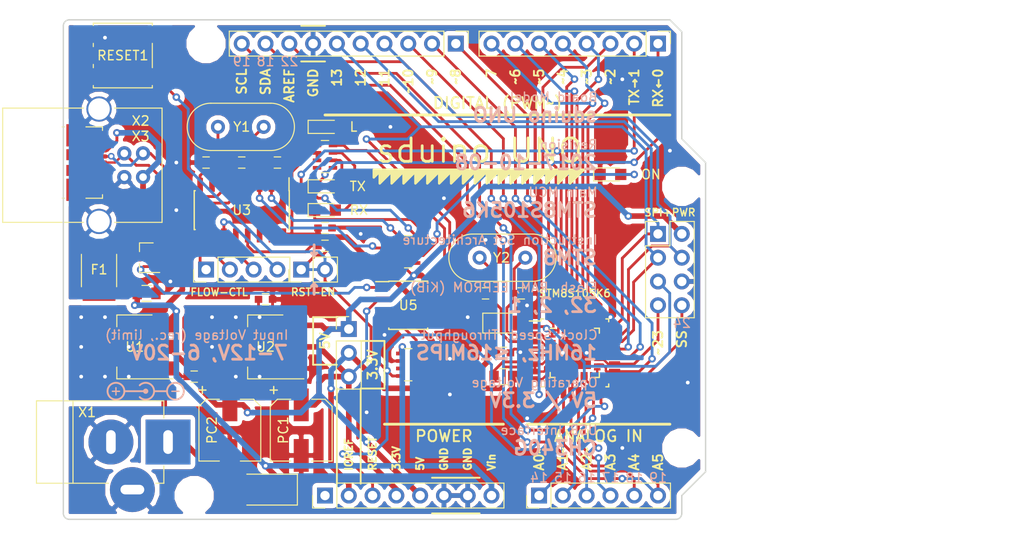
<source format=kicad_pcb>
(kicad_pcb (version 4) (host pcbnew 4.0.7)
  (title_block (title "sduino UNO") (date 2017-09-15) (rev 2017-10-08) (company "Benedikt Freisen") (comment 1 "see http://creativecommons.org/licenses/by-sa/2.5/") (comment 2 "Released under Creative Commons Attribution-ShareAlike 2.5 Generic License,") (comment 3 "In part based on Arduino UNO design, see arduino.cc") (comment 4 "A development board with STM8S105K6 MCU in Arduino UNO form factor"))
  (layers (0 F.Cu signal) (31 B.Cu signal) (34 B.Paste user) (35 F.Paste user) (36 B.SilkS user) (37 F.SilkS user) (38 B.Mask user) (39 F.Mask user) (44 Edge.Cuts user))
  (net 0 "")
  (net 1 GND)
  (net 2 "Net-(C1-Pad1)")
  (net 3 "Net-(C2-Pad1)")
  (net 4 "Net-(C5-Pad2)")
  (net 5 "Net-(C6-Pad2)")
  (net 6 "Net-(POWER1-Pad1)")
  (net 7 "Net-(RN1-Pad3)")
  (net 8 /UIN)
  (net 9 "Net-(RN1-Pad7)")
  (net 10 "Net-(RN1-Pad6)")
  (net 11 "Net-(RN2-Pad4)")
  (net 12 "Net-(RN2-Pad8)")
  (net 13 "Net-(RN2-Pad5)")
  (net 14 +5V)
  (net 15 +3V3)
  (net 16 "Net-(U3-Pad14)")
  (net 17 "Net-(U3-Pad15)")
  (net 18 "Net-(C4-Pad1)")
  (net 19 /MCUVCC)
  (net 20 /USBVCC)
  (net 21 /AD0)
  (net 22 /AD1)
  (net 23 /AD2)
  (net 24 /AD3)
  (net 25 /AD4/SDA)
  (net 26 /AD5/SCL)
  (net 27 /IO8)
  (net 28 /IO9)
  (net 29 /IO10)
  (net 30 /IO11/MOSI)
  (net 31 /IO12/MISO)
  (net 32 /IO13/SCK)
  (net 33 /AREF)
  (net 34 /IO2)
  (net 35 /IO3)
  (net 36 /IO4)
  (net 37 /IO5)
  (net 38 /IO6)
  (net 39 /IO7)
  (net 40 /RESET)
  (net 41 "Net-(RN3-Pad2)")
  (net 42 "Net-(RN3-Pad1)")
  (net 43 "Net-(C10-Pad1)")
  (net 44 /IO0/RX)
  (net 45 /IO1/TX)
  (net 46 "Net-(Q1-Pad1)")
  (net 47 /CTS)
  (net 48 /DSR)
  (net 49 /RI)
  (net 50 /DCD)
  (net 51 "Net-(C12-Pad1)")
  (net 52 /DC)
  (net 53 /VBUS)
  (net 54 "Net-(LED_L1-Pad2)")
  (net 55 "Net-(LED_ON1-Pad2)")
  (net 56 "Net-(LED_RX1-Pad2)")
  (net 57 "Net-(LED_TX1-Pad2)")
  (net 58 /D+)
  (net 59 /D-)
  (net 60 /IO23)
  (net 61 /IO24/SS)
  (module Buttons_Switches_SMD:SW_SPST_B3S-1000 (layer F.Cu) (at 120.65 80.01)
    (fp_text reference RESET1 (at 0 0) (layer F.SilkS))
    (fp_text value TS42031-160R-TR-7260)
    (pad 1 smd rect (at -3.975 -2.25) (size 1.55 1.3) (layers F.Cu F.Paste F.Mask) (net 1 GND))
    (pad 1 smd rect (at 3.975 -2.25) (size 1.55 1.3) (layers F.Cu F.Paste F.Mask) (net 1 GND))
    (pad 2 smd rect (at -3.975 2.25) (size 1.55 1.3) (layers F.Cu F.Paste F.Mask) (net 40 /RESET))
    (pad 2 smd rect (at 3.975 2.25) (size 1.55 1.3) (layers F.Cu F.Paste F.Mask) (net 40 /RESET))
    (pad 3 smd rect (at -3.975 0) (size 1.55 1.3) (layers F.Cu F.Paste F.Mask))
  )
  (module Socket_Strips:Socket_Strip_Straight_1x06_Pitch2.54mm (layer F.Cu) (at 165.1 127 90)
    (fp_text reference AD1 hide)
    (fp_text value Conn_01x06)
    (pad 1 thru_hole rect (at 0 0 90) (size 1.7 1.7) (drill 1) (layers *.Cu *.Mask) (net 21 /AD0))
    (pad 2 thru_hole oval (at 0 2.54 90) (size 1.7 1.7) (drill 1) (layers *.Cu *.Mask) (net 22 /AD1))
    (pad 3 thru_hole oval (at 0 5.08 90) (size 1.7 1.7) (drill 1) (layers *.Cu *.Mask) (net 23 /AD2))
    (pad 4 thru_hole oval (at 0 7.62 90) (size 1.7 1.7) (drill 1) (layers *.Cu *.Mask) (net 24 /AD3))
    (pad 5 thru_hole oval (at 0 10.16 90) (size 1.7 1.7) (drill 1) (layers *.Cu *.Mask) (net 25 /AD4/SDA))
    (pad 6 thru_hole oval (at 0 12.7 90) (size 1.7 1.7) (drill 1) (layers *.Cu *.Mask) (net 26 /AD5/SCL))
  )
  (module Capacitors_SMD:C_0603 (layer F.Cu) (at 133.35 91.44)
    (fp_text reference C1 hide)
    (fp_text value 22p)
    (pad 2 smd rect (at 0.75 0) (size 0.8 0.75) (layers F.Cu F.Paste F.Mask) (net 1 GND))
    (pad 1 smd rect (at -0.75 0) (size 0.8 0.75) (layers F.Cu F.Paste F.Mask) (net 2 "Net-(C1-Pad1)"))
  )
  (module Capacitors_SMD:C_0603 (layer F.Cu) (at 129.54 91.44 180)
    (fp_text reference C2 hide)
    (fp_text value 22p)
    (pad 2 smd rect (at 0.75 0 180) (size 0.8 0.75) (layers F.Cu F.Paste F.Mask) (net 1 GND))
    (pad 1 smd rect (at -0.75 0 180) (size 0.8 0.75) (layers F.Cu F.Paste F.Mask) (net 3 "Net-(C2-Pad1)"))
  )
  (module Capacitors_SMD:C_0603 (layer F.Cu) (at 163.195 105.41 180)
    (fp_text reference C5 hide)
    (fp_text value 22p)
    (pad 2 smd rect (at 0.75 0 180) (size 0.8 0.75) (layers F.Cu F.Paste F.Mask) (net 4 "Net-(C5-Pad2)"))
    (pad 1 smd rect (at -0.75 0 180) (size 0.8 0.75) (layers F.Cu F.Paste F.Mask) (net 1 GND))
  )
  (module Capacitors_SMD:C_0603 (layer F.Cu) (at 159.385 105.41)
    (fp_text reference C6 hide)
    (fp_text value 22p)
    (pad 2 smd rect (at 0.75 0) (size 0.8 0.75) (layers F.Cu F.Paste F.Mask) (net 5 "Net-(C6-Pad2)"))
    (pad 1 smd rect (at -0.75 0) (size 0.8 0.75) (layers F.Cu F.Paste F.Mask) (net 1 GND))
  )
  (module Socket_Strips:Socket_Strip_Straight_1x10_Pitch2.54mm (layer F.Cu) (at 156.21 78.74 270)
    (fp_text reference IOH1 hide)
    (fp_text value Conn_01x10)
    (pad 1 thru_hole rect (at 0 0 270) (size 1.7 1.7) (drill 1) (layers *.Cu *.Mask) (net 27 /IO8))
    (pad 2 thru_hole oval (at 0 2.54 270) (size 1.7 1.7) (drill 1) (layers *.Cu *.Mask) (net 28 /IO9))
    (pad 3 thru_hole oval (at 0 5.08 270) (size 1.7 1.7) (drill 1) (layers *.Cu *.Mask) (net 29 /IO10))
    (pad 4 thru_hole oval (at 0 7.62 270) (size 1.7 1.7) (drill 1) (layers *.Cu *.Mask) (net 30 /IO11/MOSI))
    (pad 5 thru_hole oval (at 0 10.16 270) (size 1.7 1.7) (drill 1) (layers *.Cu *.Mask) (net 31 /IO12/MISO))
    (pad 6 thru_hole oval (at 0 12.7 270) (size 1.7 1.7) (drill 1) (layers *.Cu *.Mask) (net 32 /IO13/SCK))
    (pad 7 thru_hole oval (at 0 15.24 270) (size 1.7 1.7) (drill 1) (layers *.Cu *.Mask) (net 1 GND))
    (pad 8 thru_hole oval (at 0 17.78 270) (size 1.7 1.7) (drill 1) (layers *.Cu *.Mask) (net 33 /AREF))
    (pad 9 thru_hole oval (at 0 20.32 270) (size 1.7 1.7) (drill 1) (layers *.Cu *.Mask) (net 25 /AD4/SDA))
    (pad 10 thru_hole oval (at 0 22.86 270) (size 1.7 1.7) (drill 1) (layers *.Cu *.Mask) (net 26 /AD5/SCL))
  )
  (module Socket_Strips:Socket_Strip_Straight_1x08_Pitch2.54mm (layer F.Cu) (at 177.8 78.74 270)
    (fp_text reference IOL1 hide)
    (fp_text value Conn_01x08)
    (pad 1 thru_hole rect (at 0 0 270) (size 1.7 1.7) (drill 1) (layers *.Cu *.Mask) (net 44 /IO0/RX))
    (pad 2 thru_hole oval (at 0 2.54 270) (size 1.7 1.7) (drill 1) (layers *.Cu *.Mask) (net 45 /IO1/TX))
    (pad 3 thru_hole oval (at 0 5.08 270) (size 1.7 1.7) (drill 1) (layers *.Cu *.Mask) (net 34 /IO2))
    (pad 4 thru_hole oval (at 0 7.62 270) (size 1.7 1.7) (drill 1) (layers *.Cu *.Mask) (net 35 /IO3))
    (pad 5 thru_hole oval (at 0 10.16 270) (size 1.7 1.7) (drill 1) (layers *.Cu *.Mask) (net 36 /IO4))
    (pad 6 thru_hole oval (at 0 12.7 270) (size 1.7 1.7) (drill 1) (layers *.Cu *.Mask) (net 37 /IO5))
    (pad 7 thru_hole oval (at 0 15.24 270) (size 1.7 1.7) (drill 1) (layers *.Cu *.Mask) (net 38 /IO6))
    (pad 8 thru_hole oval (at 0 17.78 270) (size 1.7 1.7) (drill 1) (layers *.Cu *.Mask) (net 39 /IO7))
  )
  (module LEDs:LED_0805 (layer F.Cu) (at 142.24 87.63)
    (fp_text reference LED_L1 hide)
    (fp_text value YELLOW)
    (pad 2 smd rect (at 1.1 0 180) (size 1.2 1.2) (layers F.Cu F.Paste F.Mask) (net 54 "Net-(LED_L1-Pad2)"))
    (pad 1 smd rect (at -1.1 0 180) (size 1.2 1.2) (layers F.Cu F.Paste F.Mask) (net 1 GND))
  )
  (module LEDs:LED_0805 (layer F.Cu) (at 172.72 92.71)
    (fp_text reference LED_ON1 hide)
    (fp_text value GREEN)
    (pad 2 smd rect (at 1.1 0 180) (size 1.2 1.2) (layers F.Cu F.Paste F.Mask) (net 55 "Net-(LED_ON1-Pad2)"))
    (pad 1 smd rect (at -1.1 0 180) (size 1.2 1.2) (layers F.Cu F.Paste F.Mask) (net 1 GND))
  )
  (module Socket_Strips:Socket_Strip_Straight_1x08_Pitch2.54mm (layer F.Cu) (at 142.24 127 90)
    (fp_text reference POWER1 hide)
    (fp_text value Conn_01x08)
    (pad 1 thru_hole rect (at 0 0 90) (size 1.7 1.7) (drill 1) (layers *.Cu *.Mask) (net 6 "Net-(POWER1-Pad1)"))
    (pad 2 thru_hole oval (at 0 2.54 90) (size 1.7 1.7) (drill 1) (layers *.Cu *.Mask) (net 19 /MCUVCC))
    (pad 3 thru_hole oval (at 0 5.08 90) (size 1.7 1.7) (drill 1) (layers *.Cu *.Mask) (net 40 /RESET))
    (pad 4 thru_hole oval (at 0 7.62 90) (size 1.7 1.7) (drill 1) (layers *.Cu *.Mask) (net 15 +3V3))
    (pad 5 thru_hole oval (at 0 10.16 90) (size 1.7 1.7) (drill 1) (layers *.Cu *.Mask) (net 14 +5V))
    (pad 6 thru_hole oval (at 0 12.7 90) (size 1.7 1.7) (drill 1) (layers *.Cu *.Mask) (net 1 GND))
    (pad 7 thru_hole oval (at 0 15.24 90) (size 1.7 1.7) (drill 1) (layers *.Cu *.Mask) (net 1 GND))
    (pad 8 thru_hole oval (at 0 17.78 90) (size 1.7 1.7) (drill 1) (layers *.Cu *.Mask) (net 8 /UIN))
  )
  (module Resistors_SMD:R_Array_Concave_4x0603 (layer F.Cu) (at 151.13 113.03)
    (fp_text reference RN1 hide)
    (fp_text value 10k)
    (pad 2 smd rect (at -0.85 -0.4) (size 0.9 0.4) (layers F.Cu F.Paste F.Mask) (net 1 GND))
    (pad 3 smd rect (at -0.85 0.4) (size 0.9 0.4) (layers F.Cu F.Paste F.Mask) (net 7 "Net-(RN1-Pad3)"))
    (pad 1 smd rect (at -0.85 -1.2) (size 0.9 0.4) (layers F.Cu F.Paste F.Mask) (net 8 /UIN))
    (pad 4 smd rect (at -0.85 1.2) (size 0.9 0.4) (layers F.Cu F.Paste F.Mask) (net 40 /RESET))
    (pad 8 smd rect (at 0.85 -1.2) (size 0.9 0.4) (layers F.Cu F.Paste F.Mask) (net 9 "Net-(RN1-Pad7)"))
    (pad 7 smd rect (at 0.85 -0.4) (size 0.9 0.4) (layers F.Cu F.Paste F.Mask) (net 9 "Net-(RN1-Pad7)"))
    (pad 6 smd rect (at 0.85 0.4) (size 0.9 0.4) (layers F.Cu F.Paste F.Mask) (net 10 "Net-(RN1-Pad6)"))
    (pad 5 smd rect (at 0.85 1.2) (size 0.9 0.4) (layers F.Cu F.Paste F.Mask) (net 19 /MCUVCC))
  )
  (module Resistors_SMD:R_Array_Concave_4x0603 (layer F.Cu) (at 142.24 90.805)
    (fp_text reference RN2 hide)
    (fp_text value 1k)
    (pad 2 smd rect (at -0.85 -0.4) (size 0.9 0.4) (layers F.Cu F.Paste F.Mask) (net 19 /MCUVCC))
    (pad 3 smd rect (at -0.85 0.4) (size 0.9 0.4) (layers F.Cu F.Paste F.Mask) (net 19 /MCUVCC))
    (pad 1 smd rect (at -0.85 -1.2) (size 0.9 0.4) (layers F.Cu F.Paste F.Mask) (net 54 "Net-(LED_L1-Pad2)"))
    (pad 4 smd rect (at -0.85 1.2) (size 0.9 0.4) (layers F.Cu F.Paste F.Mask) (net 11 "Net-(RN2-Pad4)"))
    (pad 8 smd rect (at 0.85 -1.2) (size 0.9 0.4) (layers F.Cu F.Paste F.Mask) (net 12 "Net-(RN2-Pad8)"))
    (pad 7 smd rect (at 0.85 -0.4) (size 0.9 0.4) (layers F.Cu F.Paste F.Mask) (net 56 "Net-(LED_RX1-Pad2)"))
    (pad 6 smd rect (at 0.85 0.4) (size 0.9 0.4) (layers F.Cu F.Paste F.Mask) (net 57 "Net-(LED_TX1-Pad2)"))
    (pad 5 smd rect (at 0.85 1.2) (size 0.9 0.4) (layers F.Cu F.Paste F.Mask) (net 13 "Net-(RN2-Pad5)"))
  )
  (module LEDs:LED_0805 (layer F.Cu) (at 142.24 96.52)
    (fp_text reference LED_RX1 hide)
    (fp_text value YELLOW)
    (pad 2 smd rect (at 1.1 0 180) (size 1.2 1.2) (layers F.Cu F.Paste F.Mask) (net 56 "Net-(LED_RX1-Pad2)"))
    (pad 1 smd rect (at -1.1 0 180) (size 1.2 1.2) (layers F.Cu F.Paste F.Mask) (net 45 /IO1/TX))
  )
  (module LEDs:LED_0805 (layer F.Cu) (at 142.24 93.98)
    (fp_text reference LED_TX1 hide)
    (fp_text value YELLOW)
    (pad 2 smd rect (at 1.1 0 180) (size 1.2 1.2) (layers F.Cu F.Paste F.Mask) (net 57 "Net-(LED_TX1-Pad2)"))
    (pad 1 smd rect (at -1.1 0 180) (size 1.2 1.2) (layers F.Cu F.Paste F.Mask) (net 44 /IO0/RX))
  )
  (module TO_SOT_Packages_SMD:SOT-223-3Lead_TabPin2 (layer F.Cu) (at 121.92 111.125 180)
    (fp_text reference U1 (at 0 0 180) (layer F.SilkS))
    (fp_text value NCP1117-5.0_SOT223)
    (pad 2 smd rect (at 3.15 0 180) (size 2 3.8) (layers F.Cu F.Paste F.Mask) (net 14 +5V))
    (pad 2 smd rect (at -3.15 0 180) (size 2 1.5) (layers F.Cu F.Paste F.Mask) (net 14 +5V))
    (pad 3 smd rect (at -3.15 2.3 180) (size 2 1.5) (layers F.Cu F.Paste F.Mask) (net 8 /UIN))
    (pad 1 smd rect (at -3.15 -2.3 180) (size 2 1.5) (layers F.Cu F.Paste F.Mask) (net 1 GND))
  )
  (module TO_SOT_Packages_SMD:SOT-223-3Lead_TabPin2 (layer F.Cu) (at 135.89 111.125 180)
    (fp_text reference U2 (at 0 0 180) (layer F.SilkS))
    (fp_text value NCP1117-3.3_SOT223)
    (pad 2 smd rect (at 3.15 0 180) (size 2 3.8) (layers F.Cu F.Paste F.Mask) (net 15 +3V3))
    (pad 2 smd rect (at -3.15 0 180) (size 2 1.5) (layers F.Cu F.Paste F.Mask) (net 15 +3V3))
    (pad 3 smd rect (at -3.15 2.3 180) (size 2 1.5) (layers F.Cu F.Paste F.Mask) (net 14 +5V))
    (pad 1 smd rect (at -3.15 -2.3 180) (size 2 1.5) (layers F.Cu F.Paste F.Mask) (net 1 GND))
  )
  (module Housings_SOIC:SOIC-16_3.9x9.9mm_Pitch1.27mm (layer F.Cu) (at 133.35 96.52 270)
    (fp_text reference U3 (at 0 0 360) (layer F.SilkS))
    (fp_text value CH340G)
    (pad 1 smd rect (at -2.7 -4.445 270) (size 1.5 0.6) (layers F.Cu F.Paste F.Mask) (net 1 GND))
    (pad 2 smd rect (at -2.7 -3.175 270) (size 1.5 0.6) (layers F.Cu F.Paste F.Mask) (net 42 "Net-(RN3-Pad1)"))
    (pad 3 smd rect (at -2.7 -1.905 270) (size 1.5 0.6) (layers F.Cu F.Paste F.Mask) (net 41 "Net-(RN3-Pad2)"))
    (pad 4 smd rect (at -2.7 -0.635 270) (size 1.5 0.6) (layers F.Cu F.Paste F.Mask) (net 51 "Net-(C12-Pad1)"))
    (pad 5 smd rect (at -2.7 0.635 270) (size 1.5 0.6) (layers F.Cu F.Paste F.Mask) (net 58 /D+))
    (pad 6 smd rect (at -2.7 1.905 270) (size 1.5 0.6) (layers F.Cu F.Paste F.Mask) (net 59 /D-))
    (pad 7 smd rect (at -2.7 3.175 270) (size 1.5 0.6) (layers F.Cu F.Paste F.Mask) (net 2 "Net-(C1-Pad1)"))
    (pad 8 smd rect (at -2.7 4.445 270) (size 1.5 0.6) (layers F.Cu F.Paste F.Mask) (net 3 "Net-(C2-Pad1)"))
    (pad 9 smd rect (at 2.7 4.445 270) (size 1.5 0.6) (layers F.Cu F.Paste F.Mask) (net 47 /CTS))
    (pad 10 smd rect (at 2.7 3.175 270) (size 1.5 0.6) (layers F.Cu F.Paste F.Mask) (net 48 /DSR))
    (pad 11 smd rect (at 2.7 1.905 270) (size 1.5 0.6) (layers F.Cu F.Paste F.Mask) (net 49 /RI))
    (pad 12 smd rect (at 2.7 0.635 270) (size 1.5 0.6) (layers F.Cu F.Paste F.Mask) (net 50 /DCD))
    (pad 13 smd rect (at 2.7 -0.635 270) (size 1.5 0.6) (layers F.Cu F.Paste F.Mask) (net 43 "Net-(C10-Pad1)"))
    (pad 14 smd rect (at 2.7 -1.905 270) (size 1.5 0.6) (layers F.Cu F.Paste F.Mask) (net 16 "Net-(U3-Pad14)"))
    (pad 15 smd rect (at 2.7 -3.175 270) (size 1.5 0.6) (layers F.Cu F.Paste F.Mask) (net 17 "Net-(U3-Pad15)"))
    (pad 16 smd rect (at 2.7 -4.445 270) (size 1.5 0.6) (layers F.Cu F.Paste F.Mask) (net 19 /MCUVCC))
  )
  (module Housings_QFP:LQFP-32_7x7mm_Pitch0.8mm (layer F.Cu) (at 168.91 111.76)
    (fp_text reference U4 hide)
    (fp_text value STM8S105K_LQFP32)
    (pad 1 smd rect (at -4.25 -2.8) (size 1.2 0.6) (layers F.Cu F.Paste F.Mask) (net 40 /RESET))
    (pad 2 smd rect (at -4.25 -2) (size 1.2 0.6) (layers F.Cu F.Paste F.Mask) (net 4 "Net-(C5-Pad2)"))
    (pad 3 smd rect (at -4.25 -1.2) (size 1.2 0.6) (layers F.Cu F.Paste F.Mask) (net 5 "Net-(C6-Pad2)"))
    (pad 4 smd rect (at -4.25 -0.4) (size 1.2 0.6) (layers F.Cu F.Paste F.Mask) (net 1 GND))
    (pad 5 smd rect (at -4.25 0.4) (size 1.2 0.6) (layers F.Cu F.Paste F.Mask) (net 18 "Net-(C4-Pad1)"))
    (pad 6 smd rect (at -4.25 1.2) (size 1.2 0.6) (layers F.Cu F.Paste F.Mask) (net 19 /MCUVCC))
    (pad 7 smd rect (at -4.25 2) (size 1.2 0.6) (layers F.Cu F.Paste F.Mask) (net 19 /MCUVCC))
    (pad 8 smd rect (at -4.25 2.8) (size 1.2 0.6) (layers F.Cu F.Paste F.Mask) (net 33 /AREF))
    (pad 9 smd rect (at -2.8 4.25 90) (size 1.2 0.6) (layers F.Cu F.Paste F.Mask) (net 19 /MCUVCC))
    (pad 10 smd rect (at -2 4.25 90) (size 1.2 0.6) (layers F.Cu F.Paste F.Mask) (net 1 GND))
    (pad 11 smd rect (at -1.2 4.25 90) (size 1.2 0.6) (layers F.Cu F.Paste F.Mask) (net 25 /AD4/SDA))
    (pad 12 smd rect (at -0.4 4.25 90) (size 1.2 0.6) (layers F.Cu F.Paste F.Mask) (net 26 /AD5/SCL))
    (pad 13 smd rect (at 0.4 4.25 90) (size 1.2 0.6) (layers F.Cu F.Paste F.Mask) (net 24 /AD3))
    (pad 14 smd rect (at 1.2 4.25 90) (size 1.2 0.6) (layers F.Cu F.Paste F.Mask) (net 23 /AD2))
    (pad 15 smd rect (at 2 4.25 90) (size 1.2 0.6) (layers F.Cu F.Paste F.Mask) (net 22 /AD1))
    (pad 16 smd rect (at 2.8 4.25 90) (size 1.2 0.6) (layers F.Cu F.Paste F.Mask) (net 21 /AD0))
    (pad 17 smd rect (at 4.25 2.8) (size 1.2 0.6) (layers F.Cu F.Paste F.Mask) (net 61 /IO24/SS))
    (pad 18 smd rect (at 4.25 2) (size 1.2 0.6) (layers F.Cu F.Paste F.Mask) (net 27 /IO8))
    (pad 19 smd rect (at 4.25 1.2) (size 1.2 0.6) (layers F.Cu F.Paste F.Mask) (net 60 /IO23))
    (pad 20 smd rect (at 4.25 0.4) (size 1.2 0.6) (layers F.Cu F.Paste F.Mask) (net 28 /IO9))
    (pad 21 smd rect (at 4.25 -0.4) (size 1.2 0.6) (layers F.Cu F.Paste F.Mask) (net 29 /IO10))
    (pad 22 smd rect (at 4.25 -1.2) (size 1.2 0.6) (layers F.Cu F.Paste F.Mask) (net 32 /IO13/SCK))
    (pad 23 smd rect (at 4.25 -2) (size 1.2 0.6) (layers F.Cu F.Paste F.Mask) (net 30 /IO11/MOSI))
    (pad 24 smd rect (at 4.25 -2.8) (size 1.2 0.6) (layers F.Cu F.Paste F.Mask) (net 31 /IO12/MISO))
    (pad 25 smd rect (at 2.8 -4.25 90) (size 1.2 0.6) (layers F.Cu F.Paste F.Mask) (net 36 /IO4))
    (pad 26 smd rect (at 2 -4.25 90) (size 1.2 0.6) (layers F.Cu F.Paste F.Mask) (net 39 /IO7))
    (pad 27 smd rect (at 1.2 -4.25 90) (size 1.2 0.6) (layers F.Cu F.Paste F.Mask) (net 35 /IO3))
    (pad 28 smd rect (at 0.4 -4.25 90) (size 1.2 0.6) (layers F.Cu F.Paste F.Mask) (net 38 /IO6))
    (pad 29 smd rect (at -0.4 -4.25 90) (size 1.2 0.6) (layers F.Cu F.Paste F.Mask) (net 37 /IO5))
    (pad 30 smd rect (at -1.2 -4.25 90) (size 1.2 0.6) (layers F.Cu F.Paste F.Mask) (net 45 /IO1/TX))
    (pad 31 smd rect (at -2 -4.25 90) (size 1.2 0.6) (layers F.Cu F.Paste F.Mask) (net 44 /IO0/RX))
    (pad 32 smd rect (at -2.8 -4.25 90) (size 1.2 0.6) (layers F.Cu F.Paste F.Mask) (net 34 /IO2))
  )
  (module Housings_SOIC:SOIC-8_3.9x4.9mm_Pitch1.27mm (layer F.Cu) (at 151.13 106.68)
    (fp_text reference U5 (at 0 0) (layer F.SilkS))
    (fp_text value LM358)
    (pad 1 smd rect (at -2.7 -1.905) (size 1.55 0.6) (layers F.Cu F.Paste F.Mask) (net 46 "Net-(Q1-Pad1)"))
    (pad 2 smd rect (at -2.7 -0.635) (size 1.55 0.6) (layers F.Cu F.Paste F.Mask) (net 15 +3V3))
    (pad 3 smd rect (at -2.7 0.635) (size 1.55 0.6) (layers F.Cu F.Paste F.Mask) (net 9 "Net-(RN1-Pad7)"))
    (pad 4 smd rect (at -2.7 1.905) (size 1.55 0.6) (layers F.Cu F.Paste F.Mask) (net 1 GND))
    (pad 5 smd rect (at 2.7 1.905) (size 1.55 0.6) (layers F.Cu F.Paste F.Mask) (net 32 /IO13/SCK))
    (pad 6 smd rect (at 2.7 0.635) (size 1.55 0.6) (layers F.Cu F.Paste F.Mask) (net 12 "Net-(RN2-Pad8)"))
    (pad 7 smd rect (at 2.7 -0.635) (size 1.55 0.6) (layers F.Cu F.Paste F.Mask) (net 12 "Net-(RN2-Pad8)"))
    (pad 8 smd rect (at 2.7 -1.905) (size 1.55 0.6) (layers F.Cu F.Paste F.Mask) (net 14 +5V))
  )
  (module Pin_Headers:Pin_Header_Straight_1x03_Pitch2.54mm (layer F.Cu) (at 144.78 109.22)
    (fp_text reference VSEL1 hide)
    (fp_text value Conn_01x03)
    (pad 1 thru_hole rect (at 0 0) (size 1.7 1.7) (drill 1) (layers *.Cu *.Mask) (net 14 +5V))
    (pad 2 thru_hole oval (at 0 2.54) (size 1.7 1.7) (drill 1) (layers *.Cu *.Mask) (net 19 /MCUVCC))
    (pad 3 thru_hole oval (at 0 5.08) (size 1.7 1.7) (drill 1) (layers *.Cu *.Mask) (net 15 +3V3))
  )
  (module Connect:JACK_ALIM (layer F.Cu) (at 125.48 121.285)
    (fp_text reference X1 (at -8.64 -3.175) (layer F.SilkS))
    (fp_text value Jack-DC)
    (pad 2 thru_hole circle (at -6.1 0) (size 4.8 4.8) (drill oval 1.02 2.54) (layers *.Cu *.Mask) (net 1 GND))
    (pad 1 thru_hole rect (at 0 0) (size 4.8 4.8) (drill oval 1.02 2.54) (layers *.Cu *.Mask) (net 52 /DC))
    (pad 3 thru_hole circle (at -3.81 5.08) (size 4.8 4.8) (drill oval 2.54 1.02) (layers *.Cu *.Mask) (net 1 GND))
  )
  (module Connect:USB_B (layer F.Cu) (at 122.81 92.995 180)
    (fp_text reference X2 (at 0.255 6 360) (layer F.SilkS))
    (fp_text value USB_B)
    (pad 2 thru_hole circle (at 0 2.54 90) (size 1.52 1.52) (drill 0.81) (layers *.Cu *.Mask) (net 59 /D-))
    (pad 1 thru_hole circle (at 0 0 90) (size 1.52 1.52) (drill 0.81) (layers *.Cu *.Mask) (net 53 /VBUS))
    (pad 4 thru_hole circle (at 2 0 90) (size 1.52 1.52) (drill 0.81) (layers *.Cu *.Mask) (net 1 GND))
    (pad 3 thru_hole circle (at 2 2.54 90) (size 1.52 1.52) (drill 0.81) (layers *.Cu *.Mask) (net 58 /D+))
    (pad 5 thru_hole circle (at 4.7 7.27 90) (size 2.7 2.7) (drill 2.3) (layers *.Cu *.Mask) (net 1 GND))
    (pad 5 thru_hole circle (at 4.7 -4.73 90) (size 2.7 2.7) (drill 2.3) (layers *.Cu *.Mask) (net 1 GND))
  )
  (module Diodes_SMD:D_SMA (layer F.Cu) (at 135.89 126.365 180)
    (fp_text reference D1 hide)
    (fp_text value M7)
    (pad 1 smd rect (at -2 0 180) (size 2.5 1.8) (layers F.Cu F.Paste F.Mask) (net 8 /UIN))
    (pad 2 smd rect (at 2 0 180) (size 2.5 1.8) (layers F.Cu F.Paste F.Mask) (net 52 /DC))
  )
  (module Capacitors_SMD:CP_Elec_6.3x5.8 (layer F.Cu) (at 139.7 120.015 270)
    (fp_text reference PC1 (at 0 1.905 270) (layer F.SilkS))
    (fp_text value 47µ)
    (fp_text user + (at -4.28 3.01 270) (layer F.SilkS))
    (pad 1 smd rect (at -2.7 0 90) (size 3.5 1.6) (layers F.Cu F.Paste F.Mask) (net 15 +3V3))
    (pad 2 smd rect (at 2.7 0 90) (size 3.5 1.6) (layers F.Cu F.Paste F.Mask) (net 1 GND))
  )
  (module Capacitors_SMD:CP_Elec_6.3x5.8 (layer F.Cu) (at 132.08 120.015 270)
    (fp_text reference PC2 (at 0 1.905 270) (layer F.SilkS))
    (fp_text value 47µ)
    (fp_text user + (at -4.28 3.01 270) (layer F.SilkS))
    (pad 1 smd rect (at -2.7 0 90) (size 3.5 1.6) (layers F.Cu F.Paste F.Mask) (net 14 +5V))
    (pad 2 smd rect (at 2.7 0 90) (size 3.5 1.6) (layers F.Cu F.Paste F.Mask) (net 1 GND))
  )
  (module Mounting_Holes:MountingHole_3.2mm_M3 (layer F.Cu) (at 128.27 127)
    (fp_text reference REF** hide)
    (fp_text value MountingHole_3.2mm_M3)
    (pad 1 np_thru_hole circle (at 0 0) (size 3.2 3.2) (drill 3.2) (layers *.Cu *.Mask))
  )
  (module Mounting_Holes:MountingHole_3.2mm_M3 (layer F.Cu) (at 180.34 121.92)
    (fp_text reference REF** hide)
    (fp_text value MountingHole_3.2mm_M3)
    (pad 1 np_thru_hole circle (at 0 0) (size 3.2 3.2) (drill 3.2) (layers *.Cu *.Mask))
  )
  (module Mounting_Holes:MountingHole_3.2mm_M3 (layer F.Cu) (at 180.34 93.98)
    (fp_text reference REF** hide)
    (fp_text value MountingHole_3.2mm_M3)
    (pad 1 np_thru_hole circle (at 0 0) (size 3.2 3.2) (drill 3.2) (layers *.Cu *.Mask))
  )
  (module Mounting_Holes:MountingHole_3.2mm_M3 (layer F.Cu) (at 129.54 78.74)
    (fp_text reference REF** hide)
    (fp_text value MountingHole_3.2mm_M3)
    (pad 1 np_thru_hole circle (at 0 0) (size 3.2 3.2) (drill 3.2) (layers *.Cu *.Mask))
  )
  (module Crystals:Crystal_HC49-4H_Vertical (layer F.Cu) (at 130.81 87.63)
    (fp_text reference Y1 (at 2.54 0) (layer F.SilkS))
    (fp_text value 12MHz)
    (pad 1 thru_hole circle (at 0 0) (size 1.5 1.5) (drill 0.8) (layers *.Cu *.Mask) (net 3 "Net-(C2-Pad1)"))
    (pad 2 thru_hole circle (at 4.88 0) (size 1.5 1.5) (drill 0.8) (layers *.Cu *.Mask) (net 2 "Net-(C1-Pad1)"))
  )
  (module Crystals:Crystal_HC49-4H_Vertical (layer F.Cu) (at 158.75 101.6)
    (fp_text reference Y2 (at 2.34 0) (layer F.SilkS))
    (fp_text value 16MHz)
    (pad 1 thru_hole circle (at 0 0) (size 1.5 1.5) (drill 0.8) (layers *.Cu *.Mask) (net 5 "Net-(C6-Pad2)"))
    (pad 2 thru_hole circle (at 4.88 0) (size 1.5 1.5) (drill 0.8) (layers *.Cu *.Mask) (net 4 "Net-(C5-Pad2)"))
  )
  (module Capacitors_SMD:C_0805 (layer F.Cu) (at 123.19 105.41)
    (fp_text reference C3 hide)
    (fp_text value 1µ)
    (pad 1 smd rect (at -1 0) (size 1 1.25) (layers F.Cu F.Paste F.Mask) (net 8 /UIN))
    (pad 2 smd rect (at 1 0) (size 1 1.25) (layers F.Cu F.Paste F.Mask) (net 1 GND))
  )
  (module Capacitors_SMD:C_0805 (layer F.Cu) (at 161.29 114.3)
    (fp_text reference C4 hide)
    (fp_text value 1µ)
    (pad 1 smd rect (at -1 0) (size 1 1.25) (layers F.Cu F.Paste F.Mask) (net 18 "Net-(C4-Pad1)"))
    (pad 2 smd rect (at 1 0) (size 1 1.25) (layers F.Cu F.Paste F.Mask) (net 1 GND))
  )
  (module Resistors_SMD:R_1812 (layer F.Cu) (at 118.11 102.97 90)
    (fp_text reference F1 (at 0.1 0 180) (layer F.SilkS))
    (fp_text value MF-MSMF050-2)
    (pad 1 smd rect (at -2.44 0 90) (size 1.6 3.5) (layers F.Cu F.Paste F.Mask) (net 20 /USBVCC))
    (pad 2 smd rect (at 2.44 0 90) (size 1.6 3.5) (layers F.Cu F.Paste F.Mask) (net 53 /VBUS))
  )
  (module Resistors_SMD:R_Array_Concave_4x0603 (layer F.Cu) (at 151.13 100.965)
    (fp_text reference RN3 hide)
    (fp_text value 1k)
    (pad 2 smd rect (at -0.85 -0.4) (size 0.9 0.4) (layers F.Cu F.Paste F.Mask) (net 41 "Net-(RN3-Pad2)"))
    (pad 3 smd rect (at -0.85 0.4) (size 0.9 0.4) (layers F.Cu F.Paste F.Mask) (net 14 +5V))
    (pad 1 smd rect (at -0.85 -1.2) (size 0.9 0.4) (layers F.Cu F.Paste F.Mask) (net 42 "Net-(RN3-Pad1)"))
    (pad 4 smd rect (at -0.85 1.2) (size 0.9 0.4) (layers F.Cu F.Paste F.Mask) (net 14 +5V))
    (pad 8 smd rect (at 0.85 -1.2) (size 0.9 0.4) (layers F.Cu F.Paste F.Mask) (net 44 /IO0/RX))
    (pad 7 smd rect (at 0.85 -0.4) (size 0.9 0.4) (layers F.Cu F.Paste F.Mask) (net 45 /IO1/TX))
    (pad 6 smd rect (at 0.85 0.4) (size 0.9 0.4) (layers F.Cu F.Paste F.Mask) (net 55 "Net-(LED_ON1-Pad2)"))
    (pad 5 smd rect (at 0.85 1.2) (size 0.9 0.4) (layers F.Cu F.Paste F.Mask) (net 55 "Net-(LED_ON1-Pad2)"))
  )
  (module Capacitors_SMD:C_0603 (layer F.Cu) (at 142.24 98.425)
    (fp_text reference C7 hide)
    (fp_text value 100n)
    (pad 2 smd rect (at 0.75 0) (size 0.8 0.75) (layers F.Cu F.Paste F.Mask) (net 1 GND))
    (pad 1 smd rect (at -0.75 0) (size 0.8 0.75) (layers F.Cu F.Paste F.Mask) (net 19 /MCUVCC))
  )
  (module Capacitors_SMD:C_0603 (layer F.Cu) (at 135.89 106.045)
    (fp_text reference C8 hide)
    (fp_text value 100n)
    (pad 2 smd rect (at 0.75 0) (size 0.8 0.75) (layers F.Cu F.Paste F.Mask) (net 1 GND))
    (pad 1 smd rect (at -0.75 0) (size 0.8 0.75) (layers F.Cu F.Paste F.Mask) (net 15 +3V3))
  )
  (module Capacitors_SMD:C_0603 (layer F.Cu) (at 128.27 114.3 180)
    (fp_text reference C9 hide)
    (fp_text value 100n)
    (pad 2 smd rect (at 0.75 0 180) (size 0.8 0.75) (layers F.Cu F.Paste F.Mask) (net 1 GND))
    (pad 1 smd rect (at -0.75 0 180) (size 0.8 0.75) (layers F.Cu F.Paste F.Mask) (net 14 +5V))
  )
  (module Capacitors_SMD:C_0603 (layer F.Cu) (at 142.24 100.33)
    (fp_text reference C10 hide)
    (fp_text value 100n)
    (pad 2 smd rect (at 0.75 0) (size 0.8 0.75) (layers F.Cu F.Paste F.Mask) (net 40 /RESET))
    (pad 1 smd rect (at -0.75 0) (size 0.8 0.75) (layers F.Cu F.Paste F.Mask) (net 43 "Net-(C10-Pad1)"))
  )
  (module Capacitors_SMD:C_0603 (layer F.Cu) (at 161.29 111.76)
    (fp_text reference C11 hide)
    (fp_text value 100n)
    (pad 2 smd rect (at 0.75 0) (size 0.8 0.75) (layers F.Cu F.Paste F.Mask) (net 1 GND))
    (pad 1 smd rect (at -0.75 0) (size 0.8 0.75) (layers F.Cu F.Paste F.Mask) (net 19 /MCUVCC))
  )
  (module Diodes_SMD:D_1206 (layer F.Cu) (at 161.29 108.585)
    (fp_text reference D2 hide)
    (fp_text value CD1206-S01575)
    (pad 1 smd rect (at -1.5 0) (size 1 1.6) (layers F.Cu F.Paste F.Mask) (net 19 /MCUVCC))
    (pad 2 smd rect (at 1.5 0) (size 1 1.6) (layers F.Cu F.Paste F.Mask) (net 40 /RESET))
  )
  (module TO_SOT_Packages_SMD:SOT-23 (layer F.Cu) (at 123.19 101.6 180)
    (fp_text reference Q1 hide)
    (fp_text value FDN340P)
    (pad 1 smd rect (at -1 -0.95 180) (size 0.9 0.8) (layers F.Cu F.Paste F.Mask) (net 46 "Net-(Q1-Pad1)"))
    (pad 2 smd rect (at -1 0.95 180) (size 0.9 0.8) (layers F.Cu F.Paste F.Mask) (net 14 +5V))
    (pad 3 smd rect (at 1 0 180) (size 0.9 0.8) (layers F.Cu F.Paste F.Mask) (net 20 /USBVCC))
  )
  (module Pin_Headers:Pin_Header_Straight_1x04_Pitch2.54mm (layer F.Cu) (at 129.54 102.87 90)
    (fp_text reference J1 hide)
    (fp_text value Conn_01x04)
    (pad 1 thru_hole rect (at 0 0 90) (size 1.7 1.7) (drill 1) (layers *.Cu *.Mask) (net 47 /CTS))
    (pad 2 thru_hole oval (at 0 2.54 90) (size 1.7 1.7) (drill 1) (layers *.Cu *.Mask) (net 48 /DSR))
    (pad 3 thru_hole oval (at 0 5.08 90) (size 1.7 1.7) (drill 1) (layers *.Cu *.Mask) (net 50 /DCD))
    (pad 4 thru_hole oval (at 0 7.62 90) (size 1.7 1.7) (drill 1) (layers *.Cu *.Mask) (net 49 /RI))
  )
  (module Pin_Headers:Pin_Header_Straight_1x02_Pitch2.54mm (layer F.Cu) (at 139.7 102.87 90)
    (fp_text reference J2 hide)
    (fp_text value Conn_01x02)
    (pad 1 thru_hole rect (at 0 0 90) (size 1.7 1.7) (drill 1) (layers *.Cu *.Mask) (net 40 /RESET))
    (pad 2 thru_hole oval (at 0 2.54 90) (size 1.7 1.7) (drill 1) (layers *.Cu *.Mask) (net 40 /RESET))
  )
  (module Pin_Headers:Pin_Header_Straight_2x04_Pitch2.54mm (layer F.Cu) (at 177.8 99.06)
    (fp_text reference SPI_PWR1 hide)
    (fp_text value Conn_02x03_Odd_Even)
    (pad 1 thru_hole rect (at 0 0) (size 1.7 1.7) (drill 1) (layers *.Cu *.Mask) (net 31 /IO12/MISO))
    (pad 2 thru_hole oval (at 2.54 0) (size 1.7 1.7) (drill 1) (layers *.Cu *.Mask) (net 14 +5V))
    (pad 3 thru_hole oval (at 0 2.54) (size 1.7 1.7) (drill 1) (layers *.Cu *.Mask) (net 32 /IO13/SCK))
    (pad 4 thru_hole oval (at 2.54 2.54) (size 1.7 1.7) (drill 1) (layers *.Cu *.Mask) (net 30 /IO11/MOSI))
    (pad 5 thru_hole oval (at 0 5.08) (size 1.7 1.7) (drill 1) (layers *.Cu *.Mask) (net 40 /RESET))
    (pad 6 thru_hole oval (at 2.54 5.08) (size 1.7 1.7) (drill 1) (layers *.Cu *.Mask) (net 1 GND))
    (pad 7 thru_hole oval (at 0 7.62) (size 1.7 1.7) (drill 1) (layers *.Cu *.Mask) (net 60 /IO23))
    (pad 8 thru_hole oval (at 2.54 7.62) (size 1.7 1.7) (drill 1) (layers *.Cu *.Mask) (net 61 /IO24/SS))
  )
  (module Fiducials:Fiducial_1mm_Dia_2.54mm_Outer_CopperTop (layer F.Cu) (at 129.54 82.55)
    (fp_text reference REF** hide)
    (fp_text value Fiducial_1mm_Dia_2.54mm_Outer_CopperTop)
    (pad ~ smd circle (at 0 0) (size 1 1) (layers F.Cu F.Mask) (clearance 0.77))
  )
  (module Fiducials:Fiducial_1mm_Dia_2.54mm_Outer_CopperTop (layer F.Cu) (at 180.34 118.11)
    (fp_text reference REF** hide)
    (fp_text value Fiducial_1mm_Dia_2.54mm_Outer_CopperTop)
    (pad ~ smd circle (at 0 0) (size 1 1) (layers F.Cu F.Mask) (clearance 0.77))
  )
  (module Capacitors_SMD:C_0603 (layer F.Cu) (at 137.16 91.44)
    (fp_text reference C12 hide)
    (fp_text value 100n)
    (pad 2 smd rect (at 0.75 0) (size 0.8 0.75) (layers F.Cu F.Paste F.Mask) (net 1 GND))
    (pad 1 smd rect (at -0.75 0) (size 0.8 0.75) (layers F.Cu F.Paste F.Mask) (net 51 "Net-(C12-Pad1)"))
  )
  (module Housings_DFN_QFN:QFN-32-1EP_5x5mm_Pitch0.5mm (layer F.Cu) (at 168.91 111.76)
    (fp_text reference U6 hide)
    (fp_text value STM8S105K_UFQFPN32)
    (pad 1 smd rect (at -2.4 -1.75) (size 0.7 0.25) (layers F.Cu F.Paste F.Mask) (net 40 /RESET))
    (pad 2 smd rect (at -2.4 -1.25) (size 0.7 0.25) (layers F.Cu F.Paste F.Mask) (net 4 "Net-(C5-Pad2)"))
    (pad 3 smd rect (at -2.4 -0.75) (size 0.7 0.25) (layers F.Cu F.Paste F.Mask) (net 5 "Net-(C6-Pad2)"))
    (pad 4 smd rect (at -2.4 -0.25) (size 0.7 0.25) (layers F.Cu F.Paste F.Mask) (net 1 GND))
    (pad 5 smd rect (at -2.4 0.25) (size 0.7 0.25) (layers F.Cu F.Paste F.Mask) (net 18 "Net-(C4-Pad1)"))
    (pad 6 smd rect (at -2.4 0.75) (size 0.7 0.25) (layers F.Cu F.Paste F.Mask) (net 19 /MCUVCC))
    (pad 7 smd rect (at -2.4 1.25) (size 0.7 0.25) (layers F.Cu F.Paste F.Mask) (net 19 /MCUVCC))
    (pad 8 smd rect (at -2.4 1.75) (size 0.7 0.25) (layers F.Cu F.Paste F.Mask) (net 33 /AREF))
    (pad 9 smd rect (at -1.75 2.4 90) (size 0.7 0.25) (layers F.Cu F.Paste F.Mask) (net 19 /MCUVCC))
    (pad 10 smd rect (at -1.25 2.4 90) (size 0.7 0.25) (layers F.Cu F.Paste F.Mask) (net 1 GND))
    (pad 11 smd rect (at -0.75 2.4 90) (size 0.7 0.25) (layers F.Cu F.Paste F.Mask) (net 25 /AD4/SDA))
    (pad 12 smd rect (at -0.25 2.4 90) (size 0.7 0.25) (layers F.Cu F.Paste F.Mask) (net 26 /AD5/SCL))
    (pad 13 smd rect (at 0.25 2.4 90) (size 0.7 0.25) (layers F.Cu F.Paste F.Mask) (net 24 /AD3))
    (pad 14 smd rect (at 0.75 2.4 90) (size 0.7 0.25) (layers F.Cu F.Paste F.Mask) (net 23 /AD2))
    (pad 15 smd rect (at 1.25 2.4 90) (size 0.7 0.25) (layers F.Cu F.Paste F.Mask) (net 22 /AD1))
    (pad 16 smd rect (at 1.75 2.4 90) (size 0.7 0.25) (layers F.Cu F.Paste F.Mask) (net 21 /AD0))
    (pad 17 smd rect (at 2.4 1.75) (size 0.7 0.25) (layers F.Cu F.Paste F.Mask) (net 61 /IO24/SS))
    (pad 18 smd rect (at 2.4 1.25) (size 0.7 0.25) (layers F.Cu F.Paste F.Mask) (net 27 /IO8))
    (pad 19 smd rect (at 2.4 0.75) (size 0.7 0.25) (layers F.Cu F.Paste F.Mask) (net 60 /IO23))
    (pad 20 smd rect (at 2.4 0.25) (size 0.7 0.25) (layers F.Cu F.Paste F.Mask) (net 28 /IO9))
    (pad 21 smd rect (at 2.4 -0.25) (size 0.7 0.25) (layers F.Cu F.Paste F.Mask) (net 29 /IO10))
    (pad 22 smd rect (at 2.4 -0.75) (size 0.7 0.25) (layers F.Cu F.Paste F.Mask) (net 32 /IO13/SCK))
    (pad 23 smd rect (at 2.4 -1.25) (size 0.7 0.25) (layers F.Cu F.Paste F.Mask) (net 30 /IO11/MOSI))
    (pad 24 smd rect (at 2.4 -1.75) (size 0.7 0.25) (layers F.Cu F.Paste F.Mask) (net 31 /IO12/MISO))
    (pad 25 smd rect (at 1.75 -2.4 90) (size 0.7 0.25) (layers F.Cu F.Paste F.Mask) (net 36 /IO4))
    (pad 26 smd rect (at 1.25 -2.4 90) (size 0.7 0.25) (layers F.Cu F.Paste F.Mask) (net 39 /IO7))
    (pad 27 smd rect (at 0.75 -2.4 90) (size 0.7 0.25) (layers F.Cu F.Paste F.Mask) (net 35 /IO3))
    (pad 28 smd rect (at 0.25 -2.4 90) (size 0.7 0.25) (layers F.Cu F.Paste F.Mask) (net 38 /IO6))
    (pad 29 smd rect (at -0.25 -2.4 90) (size 0.7 0.25) (layers F.Cu F.Paste F.Mask) (net 37 /IO5))
    (pad 30 smd rect (at -0.75 -2.4 90) (size 0.7 0.25) (layers F.Cu F.Paste F.Mask) (net 45 /IO1/TX))
    (pad 31 smd rect (at -1.25 -2.4 90) (size 0.7 0.25) (layers F.Cu F.Paste F.Mask) (net 44 /IO0/RX))
    (pad 32 smd rect (at -1.75 -2.4 90) (size 0.7 0.25) (layers F.Cu F.Paste F.Mask) (net 34 /IO2))
    (pad 33 smd rect (at 0.8625 0.8625) (size 1.725 1.725) (layers F.Cu F.Paste F.Mask) (net 1 GND))
    (pad 33 smd rect (at 0.8625 -0.8625) (size 1.725 1.725) (layers F.Cu F.Paste F.Mask) (net 1 GND))
    (pad 33 smd rect (at -0.8625 0.8625) (size 1.725 1.725) (layers F.Cu F.Paste F.Mask) (net 1 GND))
    (pad 33 smd rect (at -0.8625 -0.8625) (size 1.725 1.725) (layers F.Cu F.Paste F.Mask) (net 1 GND))
  )
  (module Connectors_USB:USB_Micro-B_Molex_47346-0001 (layer F.Cu) (at 115.57 91.44 270)
    (fp_text reference X3 (at -2.794 -6.985 540) (layer F.SilkS))
    (fp_text value USB_OTG)
    (pad 1 smd rect (at -1.3 -2.66 270) (size 0.45 1.38) (layers F.Cu F.Paste F.Mask) (net 53 /VBUS))
    (pad 2 smd rect (at -0.65 -2.66 270) (size 0.45 1.38) (layers F.Cu F.Paste F.Mask) (net 59 /D-))
    (pad 3 smd rect (at 0 -2.66 270) (size 0.45 1.38) (layers F.Cu F.Paste F.Mask) (net 58 /D+))
    (pad 4 smd rect (at 0.65 -2.66 270) (size 0.45 1.38) (layers F.Cu F.Paste F.Mask) (net 1 GND))
    (pad 5 smd rect (at 1.3 -2.66 270) (size 0.45 1.38) (layers F.Cu F.Paste F.Mask) (net 1 GND))
    (pad 6 smd rect (at -2.4625 -2.3 270) (size 1.475 2.1) (layers F.Cu F.Paste F.Mask) (net 1 GND))
    (pad 6 smd rect (at 2.4625 -2.3 270) (size 1.475 2.1) (layers F.Cu F.Paste F.Mask) (net 1 GND))
    (pad 6 smd rect (at -2.91 0 270) (size 2.375 1.9) (layers F.Cu F.Paste F.Mask) (net 1 GND))
    (pad 6 smd rect (at 2.91 0 270) (size 2.375 1.9) (layers F.Cu F.Paste F.Mask) (net 1 GND))
    (pad 6 smd rect (at -0.84 0 270) (size 1.175 1.9) (layers F.Cu F.Paste F.Mask) (net 1 GND))
    (pad 6 smd rect (at 0.84 0 270) (size 1.175 1.9) (layers F.Cu F.Paste F.Mask) (net 1 GND))
  )
  (gr_text 19 (at 133.35 80.645) (layer B.SilkS) (effects (font (size 1 1)) (justify mirror)))
  (gr_text 18 (at 135.89 80.645) (layer B.SilkS) (effects (font (size 1 1)) (justify mirror)))
  (gr_text 22 (at 138.43 80.645) (layer B.SilkS) (effects (font (size 1 1)) (justify mirror)))
  (gr_text 24 (at 180.34 108.585) (layer B.SilkS) (effects (font (size 1 1)) (justify mirror)))
  (gr_text 14 (at 165.1 125.095) (layer B.SilkS) (effects (font (size 1 1)) (justify mirror)))
  (gr_text 15 (at 167.64 125.095) (layer B.SilkS) (effects (font (size 1 1)) (justify mirror)))
  (gr_text 16 (at 170.18 125.095) (layer B.SilkS) (effects (font (size 1 1)) (justify mirror)))
  (gr_text 17 (at 172.72 125.095) (layer B.SilkS) (effects (font (size 1 1)) (justify mirror)))
  (gr_text 18 (at 175.26 125.095) (layer B.SilkS) (effects (font (size 1 1)) (justify mirror)))
  (gr_text 19 (at 177.8 125.095) (layer B.SilkS) (effects (font (size 1 1)) (justify mirror)))
  (gr_circle (center 123.091766 115.85625) (end 123.218766 115.72925) (layer B.SilkS) (width 0.2))
  (gr_line (start 120.805766 115.85625) (end 123.091766 115.85625) (layer B.SilkS) (width 0.2))
  (gr_text + (at 119.916766 115.79275) (layer B.SilkS) (effects (font (size 1 1)) (justify mirror)))
  (gr_text - (at 126.266766 115.79275) (layer B.SilkS) (effects (font (size 1 1)) (justify mirror)))
  (gr_line (start 124.107766 115.85625) (end 125.377766 115.85625) (layer B.SilkS) (width 0.2))
  (gr_arc (start 123.091766 115.85625) (end 122.456766 115.22125) (angle 270) (layer B.SilkS) (width 0.2))
  (gr_circle (center 126.266766 115.85625) (end 126.901766 115.22125) (layer B.SilkS) (width 0.2))
  (gr_circle (center 119.916766 115.85625) (end 120.551766 115.22125) (layer B.SilkS) (width 0.2))
  (gr_text "7-12V, 6-20V" (at 138.43 111.76) (layer B.SilkS) (effects (font (size 1.5 1.5) (thickness 0.3)) (justify left mirror)))
  (gr_text "Input Voltage (rec., limit)" (at 138.43 109.855) (layer B.SilkS) (effects (font (size 1 1)) (justify left mirror)))
  (gr_text SS (at 180.34 109.22 90) (layer F.SilkS) (effects (font (size 1 1) (thickness 0.2)) (justify right)))
  (gr_text ~~23 (at 177.8 109.22 90) (layer F.SilkS) (effects (font (size 1 1) (thickness 0.2)) (justify right)))
  (gr_text "Instruction Set Architecture" (at 171.45 99.695) (layer B.SilkS) (effects (font (size 1 1)) (justify left mirror)))
  (gr_text 2017-10-08 (at 171.45 91.44) (layer B.SilkS) (effects (font (size 1.5 1.5) (thickness 0.3)) (justify left mirror)))
  (gr_text Revision (at 171.45 89.535) (layer B.SilkS) (effects (font (size 1 1)) (justify left mirror)))
  (gr_text "sduino UNO" (at 171.45 86.36) (layer B.SilkS) (effects (font (size 1.5 1.5) (thickness 0.3)) (justify left mirror)))
  (gr_text "Board Model" (at 171.45 84.455) (layer B.SilkS) (effects (font (size 1 1)) (justify left mirror)))
  (gr_text STM8S105K6 (at 168.91 105.41) (layer F.SilkS) (effects (font (size 0.8 0.8))))
  (gr_text FLOW-CTL (at 130.937 105.283) (layer F.SilkS) (effects (font (size 0.8 0.8))))
  (gr_text RST-EN (at 140.97 105.283) (layer F.SilkS) (effects (font (size 0.8 0.8))))
  (gr_text SPI+PWR (at 179.07 96.774) (layer F.SilkS) (effects (font (size 0.8 0.8))))
  (gr_text ON (at 175.895 92.71) (layer F.SilkS) (effects (font (size 1 1)) (justify left)))
  (gr_text RX (at 144.78 96.52) (layer F.SilkS) (effects (font (size 1 1)) (justify left)))
  (gr_text TX (at 144.78 93.98) (layer F.SilkS) (effects (font (size 1 1)) (justify left)))
  (gr_text L (at 144.78 87.63) (layer F.SilkS) (effects (font (size 1 1)) (justify left)))
  (gr_text "→  ←" (at 140.97 102.87 90) (layer B.SilkS) (effects (font (size 1.5 1.5) (thickness 0.3)) (justify mirror)))
  (gr_text "Operating Voltage" (at 171.45 114.935) (layer B.SilkS) (effects (font (size 1 1)) (justify left mirror)))
  (gr_text "USB Interface" (at 171.45 120.015) (layer B.SilkS) (effects (font (size 1 1)) (justify left mirror)))
  (gr_text "Clock Speed, Throughput" (at 171.45 109.855) (layer B.SilkS) (effects (font (size 1 1)) (justify left mirror)))
  (gr_text "32, 2, 1" (at 171.45 106.68) (layer B.SilkS) (effects (font (size 1.5 1.5) (thickness 0.3)) (justify left mirror)))
  (gr_text "Flash, RAM, EEPROM (KiB)" (at 171.45 104.775) (layer B.SilkS) (effects (font (size 1 1)) (justify left mirror)))
  (gr_text "Main MCU" (at 171.45 94.615) (layer B.SilkS) (effects (font (size 1 1)) (justify left mirror)))
  (gr_text "5V / 3.3V" (at 171.45 116.84) (layer B.SilkS) (effects (font (size 1.5 1.5) (thickness 0.3)) (justify left mirror)))
  (gr_text CH340G (at 171.45 121.92) (layer B.SilkS) (effects (font (size 1.5 1.5) (thickness 0.3)) (justify left mirror)))
  (gr_text "16MHz, ≤16MIPS" (at 171.45 111.76) (layer B.SilkS) (effects (font (size 1.5 1.5) (thickness 0.3)) (justify left mirror)))
  (gr_text STM8 (at 171.45 101.6) (layer B.SilkS) (effects (font (size 1.5 1.5) (thickness 0.3)) (justify left mirror)))
  (gr_text STM8S105K6 (at 171.45 96.52) (layer B.SilkS) (effects (font (size 1.5 1.5) (thickness 0.3)) (justify left mirror)))
  (gr_line (start 139.7 76.835) (end 142.24 76.835) (layer F.SilkS) (width 0.2))
  (gr_line (start 139.7 80.645) (end 142.24 80.645) (layer F.SilkS) (width 0.2))
  (gr_line (start 153.67 125.095) (end 158.75 125.095) (layer F.SilkS) (width 0.2))
  (gr_line (start 153.67 128.905) (end 158.75 128.905) (layer F.SilkS) (width 0.2))
  (gr_arc (start 179.705 128.905) (end 180.34 128.905) (angle 90) (layer Edge.Cuts) (width 0.15))
  (gr_arc (start 114.935 128.905) (end 114.935 129.54) (angle 90) (layer Edge.Cuts) (width 0.15))
  (gr_arc (start 114.935 76.835) (end 114.3 76.835) (angle 90) (layer Edge.Cuts) (width 0.15))
  (gr_line (start 148.59 115.57) (end 146.05 115.57) (layer F.SilkS) (width 0.2))
  (gr_line (start 148.59 110.49) (end 148.59 115.57) (layer F.SilkS) (width 0.2))
  (gr_line (start 146.05 110.49) (end 148.59 110.49) (layer F.SilkS) (width 0.2))
  (gr_line (start 140.97 113.03) (end 143.51 113.03) (layer F.SilkS) (width 0.2))
  (gr_line (start 140.97 107.95) (end 140.97 113.03) (layer F.SilkS) (width 0.2))
  (gr_line (start 143.51 107.95) (end 140.97 107.95) (layer F.SilkS) (width 0.2))
  (gr_line (start 146.05 125.73) (end 146.05 115.57) (layer F.SilkS) (width 0.2))
  (gr_line (start 143.51 125.73) (end 143.51 115.57) (layer F.SilkS) (width 0.2))
  (gr_text 5V (at 142.24 110.49 90) (layer F.SilkS) (effects (font (size 1 1) (thickness 0.2))))
  (gr_text 3.3V (at 147.32 113.03 90) (layer F.SilkS) (effects (font (size 1 1) (thickness 0.2))))
  (gr_text SCL (at 133.35 81.28 90) (layer F.SilkS) (effects (font (size 1 1) (thickness 0.2)) (justify right)))
  (gr_text SDA (at 135.89 81.28 90) (layer F.SilkS) (effects (font (size 1 1) (thickness 0.2)) (justify right)))
  (gr_text AREF (at 138.43 81.28 90) (layer F.SilkS) (effects (font (size 1 1) (thickness 0.2)) (justify right)))
  (gr_text GND (at 140.97 81.28 90) (layer F.SilkS) (effects (font (size 1 1) (thickness 0.2)) (justify right)))
  (gr_line (start 179.07 86.36) (end 142.24 86.36) (layer F.SilkS) (width 0.3))
  (gr_line (start 163.83 119.38) (end 179.07 119.38) (layer F.SilkS) (width 0.3))
  (gr_line (start 148.59 119.38) (end 161.29 119.38) (layer F.SilkS) (width 0.3))
  (gr_text Vin (at 160.02 124.46 90) (layer F.SilkS) (effects (font (size 0.8 0.8) (thickness 0.2)) (justify left)))
  (gr_text GND (at 157.48 124.46 90) (layer F.SilkS) (effects (font (size 0.8 0.8) (thickness 0.2)) (justify left)))
  (gr_text GND (at 154.94 124.46 90) (layer F.SilkS) (effects (font (size 0.8 0.8) (thickness 0.2)) (justify left)))
  (gr_text 5V (at 152.4 124.46 90) (layer F.SilkS) (effects (font (size 0.8 0.8) (thickness 0.2)) (justify left)))
  (gr_text 3.3V (at 149.86 124.46 90) (layer F.SilkS) (effects (font (size 0.8 0.8) (thickness 0.2)) (justify left)))
  (gr_text RESET (at 147.32 124.46 90) (layer F.SilkS) (effects (font (size 0.8 0.8) (thickness 0.2)) (justify left)))
  (gr_text IOREF (at 144.78 124.46 90) (layer F.SilkS) (effects (font (size 0.8 0.8) (thickness 0.2)) (justify left)))
  (gr_text A5 (at 177.8 124.46 90) (layer F.SilkS) (effects (font (size 1 1) (thickness 0.2)) (justify left)))
  (gr_text A4 (at 175.26 124.46 90) (layer F.SilkS) (effects (font (size 1 1) (thickness 0.2)) (justify left)))
  (gr_text A3 (at 172.72 124.46 90) (layer F.SilkS) (effects (font (size 1 1) (thickness 0.2)) (justify left)))
  (gr_text A2~~ (at 170.18 124.46 90) (layer F.SilkS) (effects (font (size 1 1) (thickness 0.2)) (justify left)))
  (gr_text A1~~ (at 167.64 124.46 90) (layer F.SilkS) (effects (font (size 1 1) (thickness 0.2)) (justify left)))
  (gr_text A0~~ (at 165.1 124.46 90) (layer F.SilkS) (effects (font (size 1 1) (thickness 0.2)) (justify left)))
  (gr_text 13 (at 143.51 81.28 90) (layer F.SilkS) (effects (font (size 1 1) (thickness 0.2)) (justify right)))
  (gr_text 12 (at 146.05 81.28 90) (layer F.SilkS) (effects (font (size 1 1) (thickness 0.2)) (justify right)))
  (gr_text 11 (at 148.59 81.28 90) (layer F.SilkS) (effects (font (size 1 1) (thickness 0.2)) (justify right)))
  (gr_text ~~10 (at 151.13 81.28 90) (layer F.SilkS) (effects (font (size 1 1) (thickness 0.2)) (justify right)))
  (gr_text ~~9 (at 153.67 81.28 90) (layer F.SilkS) (effects (font (size 1 1) (thickness 0.2)) (justify right)))
  (gr_text ~~8 (at 156.21 81.28 90) (layer F.SilkS) (effects (font (size 1 1) (thickness 0.2)) (justify right)))
  (gr_text 7 (at 160.02 81.28 90) (layer F.SilkS) (effects (font (size 1 1) (thickness 0.2)) (justify right)))
  (gr_text ~~6 (at 162.56 81.28 90) (layer F.SilkS) (effects (font (size 1 1) (thickness 0.2)) (justify right)))
  (gr_text ~~5 (at 165.1 81.28 90) (layer F.SilkS) (effects (font (size 1 1) (thickness 0.2)) (justify right)))
  (gr_text ~~4 (at 167.64 81.28 90) (layer F.SilkS) (effects (font (size 1 1) (thickness 0.2)) (justify right)))
  (gr_text ~~3 (at 170.18 81.28 90) (layer F.SilkS) (effects (font (size 1 1) (thickness 0.2)) (justify right)))
  (gr_text ~~2 (at 172.72 81.28 90) (layer F.SilkS) (effects (font (size 1 1) (thickness 0.2)) (justify right)))
  (gr_text TX→1 (at 175.26 81.28 90) (layer F.SilkS) (effects (font (size 1 1) (thickness 0.2)) (justify right)))
  (gr_text RX←0 (at 177.8 81.28 90) (layer F.SilkS) (effects (font (size 1 1) (thickness 0.2)) (justify right)))
  (gr_text POWER (at 154.94 120.65) (layer F.SilkS) (effects (font (size 1.2 1.2) (thickness 0.2))))
  (gr_text "ANALOG IN" (at 171.45 120.65) (layer F.SilkS) (effects (font (size 1.2 1.2) (thickness 0.2))))
  (gr_text "DIGITAL (PWM~~)" (at 160.655 85.09) (layer F.SilkS) (effects (font (size 1.2 1.2) (thickness 0.2))))
  (gr_text "sduino UNO" (at 158.75 90.17) (layer F.SilkS) (effects (font (size 2.5 2.5) (thickness 0.3))))
  (gr_line (start 179.07 76.2) (end 114.935 76.2) (layer Edge.Cuts) (width 0.15))
  (gr_line (start 180.34 77.47) (end 179.07 76.2) (layer Edge.Cuts) (width 0.15))
  (gr_line (start 180.34 88.9) (end 180.34 77.47) (layer Edge.Cuts) (width 0.15))
  (gr_line (start 182.88 91.44) (end 180.34 88.9) (layer Edge.Cuts) (width 0.15))
  (gr_line (start 182.88 124.46) (end 182.88 91.44) (layer Edge.Cuts) (width 0.15))
  (gr_line (start 180.34 127) (end 182.88 124.46) (layer Edge.Cuts) (width 0.15))
  (gr_line (start 180.34 128.905) (end 180.34 127) (layer Edge.Cuts) (width 0.15))
  (gr_line (start 114.935 129.54) (end 179.705 129.54) (layer Edge.Cuts) (width 0.15))
  (gr_line (start 114.3 76.835) (end 114.3 128.905) (layer Edge.Cuts) (width 0.15))
  (segment (start 163.814278 111.744278) (end 163.814278 107.261686) (width 0.3) (layer B.Cu) (net 1))
  (segment (start 163.814278 107.261686) (end 163.814278 106.696001) (width 0.3) (layer B.Cu) (net 1))
  (segment (start 163.83 111.76) (end 163.814278 111.744278) (width 0.3) (layer B.Cu) (net 1))
  (via (at 163.814278 106.696001) (size 0.8) (drill 0.4) (layers F.Cu B.Cu) (net 1))
  (segment (start 137.795 93.82) (end 137.795 95.895984) (width 0.3) (layer F.Cu) (net 1))
  (segment (start 137.795 95.895984) (end 137.170984 96.52) (width 0.3) (layer F.Cu) (net 1))
  (segment (start 137.170984 96.52) (end 126.365 96.52) (width 0.3) (layer F.Cu) (net 1))
  (segment (start 126.365 91.44) (end 128.79 91.44) (width 0.3) (layer F.Cu) (net 1))
  (segment (start 126.365 96.52) (end 126.365 91.44) (width 0.3) (layer B.Cu) (net 1))
  (via (at 126.365 91.44) (size 0.8) (drill 0.4) (layers F.Cu B.Cu) (net 1))
  (via (at 126.365 96.52) (size 0.8) (drill 0.4) (layers F.Cu B.Cu) (net 1))
  (segment (start 124.19 105.41) (end 125.090221 105.41) (width 0.3) (layer F.Cu) (net 1))
  (segment (start 125.090221 105.41) (end 125.73 104.770221) (width 0.3) (layer F.Cu) (net 1))
  (segment (start 125.73 104.770221) (end 125.73 104.14) (width 0.3) (layer F.Cu) (net 1))
  (segment (start 118.23 92.74) (end 118.23 93.5425) (width 0.3) (layer F.Cu) (net 1))
  (segment (start 118.23 93.5425) (end 117.87 93.9025) (width 0.3) (layer F.Cu) (net 1))
  (segment (start 118.23 92.09) (end 118.23 92.74) (width 0.3) (layer F.Cu) (net 1))
  (segment (start 115.57 88.53) (end 117.4225 88.53) (width 0.3) (layer F.Cu) (net 1))
  (segment (start 117.4225 88.53) (end 117.87 88.9775) (width 0.3) (layer F.Cu) (net 1))
  (segment (start 115.57 94.35) (end 117.4225 94.35) (width 0.3) (layer F.Cu) (net 1))
  (segment (start 117.4225 94.35) (end 117.87 93.9025) (width 0.3) (layer F.Cu) (net 1))
  (segment (start 167.66 114.16) (end 167.66 111.78) (width 0.25) (layer F.Cu) (net 1))
  (segment (start 167.66 111.78) (end 167.64 111.76) (width 0.25) (layer F.Cu) (net 1))
  (segment (start 166.51 111.51) (end 167.39 111.51) (width 0.25) (layer F.Cu) (net 1))
  (segment (start 167.39 111.51) (end 167.64 111.76) (width 0.25) (layer F.Cu) (net 1))
  (segment (start 166.51 111.51) (end 164.81 111.51) (width 0.25) (layer F.Cu) (net 1))
  (segment (start 164.81 111.51) (end 164.66 111.36) (width 0.25) (layer F.Cu) (net 1))
  (segment (start 167.66 114.16) (end 167.66 114.720002) (width 0.25) (layer F.Cu) (net 1))
  (segment (start 167.66 114.720002) (end 167.295003 115.084999) (width 0.25) (layer F.Cu) (net 1))
  (segment (start 167.295003 115.084999) (end 166.985001 115.084999) (width 0.25) (layer F.Cu) (net 1))
  (segment (start 166.985001 115.084999) (end 166.91 115.16) (width 0.25) (layer F.Cu) (net 1))
  (segment (start 166.91 115.16) (end 166.91 116.01) (width 0.25) (layer F.Cu) (net 1))
  (segment (start 127.52 114.3) (end 126.998529 114.3) (width 0.3) (layer F.Cu) (net 1))
  (segment (start 126.998529 114.3) (end 126.123529 113.425) (width 0.3) (layer F.Cu) (net 1))
  (segment (start 126.123529 113.425) (end 125.07 113.425) (width 0.3) (layer F.Cu) (net 1))
  (segment (start 172.72 107.95) (end 172.72 95.263409) (width 0.3) (layer F.Cu) (net 1))
  (segment (start 172.72 95.263409) (end 172.078241 94.62165) (width 0.3) (layer F.Cu) (net 1))
  (segment (start 170.18 111.76) (end 170.18 110.49) (width 0.3) (layer B.Cu) (net 1))
  (segment (start 170.18 110.49) (end 172.72 107.95) (width 0.3) (layer B.Cu) (net 1))
  (via (at 172.72 107.95) (size 0.8) (drill 0.4) (layers F.Cu B.Cu) (net 1))
  (segment (start 167.64 111.76) (end 170.18 111.76) (width 0.3) (layer F.Cu) (net 1))
  (via (at 170.18 111.76) (size 0.8) (drill 0.4) (layers F.Cu B.Cu) (net 1))
  (segment (start 163.83 118.745) (end 167.64 114.935) (width 0.3) (layer B.Cu) (net 1))
  (segment (start 167.64 114.935) (end 167.64 111.76) (width 0.3) (layer B.Cu) (net 1))
  (via (at 167.64 111.76) (size 0.8) (drill 0.4) (layers F.Cu B.Cu) (net 1))
  (segment (start 162.44 111.36) (end 163.195 111.36) (width 0.3) (layer F.Cu) (net 1))
  (segment (start 163.195 111.36) (end 164.66 111.36) (width 0.3) (layer F.Cu) (net 1))
  (segment (start 163.098974 111.689654) (end 163.098974 111.456026) (width 0.3) (layer F.Cu) (net 1))
  (segment (start 163.098974 111.456026) (end 163.195 111.36) (width 0.3) (layer F.Cu) (net 1))
  (segment (start 163.83 118.745) (end 163.83 111.76) (width 0.3) (layer B.Cu) (net 1))
  (segment (start 163.83 111.76) (end 163.16932 111.76) (width 0.3) (layer B.Cu) (net 1))
  (segment (start 163.16932 111.76) (end 163.098974 111.689654) (width 0.3) (layer B.Cu) (net 1))
  (via (at 163.098974 111.689654) (size 0.8) (drill 0.4) (layers F.Cu B.Cu) (net 1))
  (segment (start 163.83 118.745) (end 162.56 118.745) (width 0.3) (layer F.Cu) (net 1))
  (segment (start 166.37 118.745) (end 163.83 118.745) (width 0.3) (layer F.Cu) (net 1))
  (via (at 163.83 118.745) (size 0.8) (drill 0.4) (layers F.Cu B.Cu) (net 1))
  (segment (start 179.07 90.17) (end 179.07 87.63) (width 0.3) (layer B.Cu) (net 1))
  (segment (start 179.07 87.63) (end 173.99 82.55) (width 0.3) (layer B.Cu) (net 1))
  (via (at 173.99 82.55) (size 0.8) (drill 0.4) (layers F.Cu B.Cu) (net 1))
  (segment (start 171.62 92.71) (end 171.62 94.163409) (width 0.3) (layer F.Cu) (net 1))
  (segment (start 171.62 94.163409) (end 172.078241 94.62165) (width 0.3) (layer F.Cu) (net 1))
  (segment (start 172.078241 94.62165) (end 175.2489 94.62165) (width 0.3) (layer F.Cu) (net 1))
  (segment (start 175.2489 94.62165) (end 179.07 90.80055) (width 0.3) (layer F.Cu) (net 1))
  (segment (start 179.07 90.80055) (end 179.07 90.17) (width 0.3) (layer F.Cu) (net 1))
  (via (at 179.07 90.17) (size 0.8) (drill 0.4) (layers F.Cu B.Cu) (net 1))
  (segment (start 141.14 87.63) (end 141.14 86.196872) (width 0.3) (layer F.Cu) (net 1))
  (segment (start 141.14 86.196872) (end 142.245216 85.091656) (width 0.3) (layer F.Cu) (net 1))
  (segment (start 142.245216 85.091656) (end 146.686656 85.091656) (width 0.3) (layer F.Cu) (net 1))
  (segment (start 146.686656 85.091656) (end 149.225 87.63) (width 0.3) (layer F.Cu) (net 1))
  (via (at 149.225 87.63) (size 0.8) (drill 0.4) (layers F.Cu B.Cu) (net 1))
  (segment (start 173.99 121.92) (end 180.975 114.935) (width 0.3) (layer B.Cu) (net 1))
  (via (at 180.975 114.935) (size 0.8) (drill 0.4) (layers F.Cu B.Cu) (net 1))
  (segment (start 155.575 116.205) (end 155.575 116.84) (width 0.3) (layer B.Cu) (net 1))
  (segment (start 155.575 116.84) (end 161.925 123.19) (width 0.3) (layer B.Cu) (net 1))
  (segment (start 161.925 123.19) (end 164.465 123.19) (width 0.3) (layer B.Cu) (net 1))
  (segment (start 164.465 123.19) (end 166.025163 121.629837) (width 0.3) (layer B.Cu) (net 1))
  (segment (start 166.025163 121.629837) (end 166.025163 120.994837) (width 0.3) (layer B.Cu) (net 1))
  (segment (start 166.025163 120.994837) (end 170.815 116.205) (width 0.3) (layer B.Cu) (net 1))
  (segment (start 170.815 116.205) (end 173.355 116.205) (width 0.3) (layer B.Cu) (net 1))
  (segment (start 173.355 116.205) (end 173.99 116.84) (width 0.3) (layer B.Cu) (net 1))
  (segment (start 173.99 116.84) (end 173.99 121.92) (width 0.3) (layer B.Cu) (net 1))
  (via (at 173.99 121.92) (size 0.8) (drill 0.4) (layers F.Cu B.Cu) (net 1))
  (segment (start 155.575 116.205) (end 153.67 118.11) (width 0.3) (layer F.Cu) (net 1))
  (segment (start 153.67 118.11) (end 146.685 118.11) (width 0.3) (layer F.Cu) (net 1))
  (via (at 146.685 118.11) (size 0.8) (drill 0.4) (layers F.Cu B.Cu) (net 1))
  (segment (start 116.675 77.76) (end 118.4 77.76) (width 0.3) (layer F.Cu) (net 1))
  (segment (start 118.4 77.76) (end 118.745 78.105) (width 0.3) (layer F.Cu) (net 1))
  (via (at 118.745 78.105) (size 0.8) (drill 0.4) (layers F.Cu B.Cu) (net 1))
  (segment (start 159.385 99.695) (end 154.94 95.25) (width 0.3) (layer F.Cu) (net 1))
  (via (at 154.94 95.25) (size 0.8) (drill 0.4) (layers F.Cu B.Cu) (net 1))
  (segment (start 157.48 105.454652) (end 156.855188 104.82984) (width 0.3) (layer F.Cu) (net 1))
  (segment (start 156.855188 104.82984) (end 156.855188 100.950116) (width 0.3) (layer F.Cu) (net 1))
  (segment (start 156.855188 100.950116) (end 158.110304 99.695) (width 0.3) (layer F.Cu) (net 1))
  (segment (start 158.110304 99.695) (end 159.385 99.695) (width 0.3) (layer F.Cu) (net 1))
  (via (at 159.385 99.695) (size 0.8) (drill 0.4) (layers F.Cu B.Cu) (net 1))
  (segment (start 122.523167 118.141833) (end 125.095 118.141833) (width 0.3) (layer F.Cu) (net 1))
  (segment (start 125.095 118.141833) (end 128.301833 118.141833) (width 0.3) (layer F.Cu) (net 1))
  (segment (start 125.07 113.425) (end 125.07 118.116833) (width 0.6) (layer F.Cu) (net 1))
  (segment (start 125.07 118.116833) (end 125.095 118.141833) (width 0.3) (layer F.Cu) (net 1))
  (segment (start 138.79 113.425) (end 137.445327 113.425) (width 0.3) (layer F.Cu) (net 1))
  (segment (start 137.445327 113.425) (end 137.156346 113.713981) (width 0.3) (layer F.Cu) (net 1))
  (segment (start 137.156346 113.713981) (end 137.156346 115.058654) (width 0.3) (layer F.Cu) (net 1))
  (segment (start 136.64 106.045) (end 136.64 112.516481) (width 0.3) (layer F.Cu) (net 1))
  (segment (start 136.64 112.516481) (end 137.548519 113.425) (width 0.3) (layer F.Cu) (net 1))
  (segment (start 137.548519 113.425) (end 138.79 113.425) (width 0.3) (layer F.Cu) (net 1))
  (via (at 125.73 104.14) (size 0.8) (drill 0.4) (layers F.Cu B.Cu) (net 1))
  (segment (start 119.38 121.285) (end 122.523167 118.141833) (width 0.3) (layer F.Cu) (net 1))
  (segment (start 128.301833 118.141833) (end 130.175 120.015) (width 0.3) (layer F.Cu) (net 1))
  (segment (start 130.175 120.015) (end 132.08 120.015) (width 0.3) (layer F.Cu) (net 1))
  (segment (start 132.08 120.015) (end 132.08 122.715) (width 0.3) (layer F.Cu) (net 1))
  (segment (start 121.065888 126.365) (end 121.67 126.365) (width 0.3) (layer F.Cu) (net 1))
  (segment (start 139.7 122.715) (end 132.08 122.715) (width 0.3) (layer F.Cu) (net 1))
  (segment (start 137.156346 115.058654) (end 137.156346 118.121346) (width 0.3) (layer F.Cu) (net 1))
  (segment (start 137.156346 118.121346) (end 139.7 120.665) (width 0.3) (layer F.Cu) (net 1))
  (segment (start 139.7 120.665) (end 139.7 122.715) (width 0.3) (layer F.Cu) (net 1))
  (segment (start 139.04 113.425) (end 138.79 113.425) (width 0.3) (layer F.Cu) (net 1))
  (segment (start 142.99 98.425) (end 145.415 98.425) (width 0.3) (layer F.Cu) (net 1))
  (segment (start 145.415 98.425) (end 146.05 99.06) (width 0.3) (layer F.Cu) (net 1))
  (via (at 146.05 99.06) (size 0.8) (drill 0.4) (layers F.Cu B.Cu) (net 1))
  (segment (start 148.995235 109.443022) (end 148.595236 109.843021) (width 0.3) (layer B.Cu) (net 1))
  (segment (start 157.48 107.95) (end 150.488257 107.95) (width 0.3) (layer B.Cu) (net 1))
  (segment (start 148.595236 110.408706) (end 148.595236 109.843021) (width 0.3) (layer F.Cu) (net 1))
  (segment (start 148.595236 111.695236) (end 148.595236 110.408706) (width 0.3) (layer F.Cu) (net 1))
  (segment (start 149.53 112.63) (end 148.595236 111.695236) (width 0.3) (layer F.Cu) (net 1))
  (segment (start 150.28 112.63) (end 149.53 112.63) (width 0.3) (layer F.Cu) (net 1))
  (segment (start 150.488257 107.95) (end 148.995235 109.443022) (width 0.3) (layer B.Cu) (net 1))
  (segment (start 148.43 109.677785) (end 148.595236 109.843021) (width 0.3) (layer F.Cu) (net 1))
  (segment (start 148.43 108.585) (end 148.43 109.677785) (width 0.3) (layer F.Cu) (net 1))
  (via (at 148.595236 109.843021) (size 0.8) (drill 0.4) (layers F.Cu B.Cu) (net 1))
  (segment (start 157.48 107.95) (end 157.48 105.454652) (width 0.3) (layer F.Cu) (net 1))
  (segment (start 157.48 105.454652) (end 157.524652 105.41) (width 0.3) (layer F.Cu) (net 1))
  (segment (start 157.524652 105.41) (end 158.635 105.41) (width 0.3) (layer F.Cu) (net 1))
  (segment (start 155.575 112.395) (end 155.575 109.855) (width 0.3) (layer F.Cu) (net 1))
  (segment (start 155.575 109.855) (end 157.48 107.95) (width 0.3) (layer F.Cu) (net 1))
  (via (at 157.48 107.95) (size 0.8) (drill 0.4) (layers F.Cu B.Cu) (net 1))
  (segment (start 155.575 116.205) (end 155.575 112.395) (width 0.3) (layer B.Cu) (net 1))
  (via (at 155.575 112.395) (size 0.8) (drill 0.4) (layers F.Cu B.Cu) (net 1))
  (segment (start 162.29 118.475) (end 157.845 118.475) (width 0.3) (layer F.Cu) (net 1))
  (segment (start 157.845 118.475) (end 155.575 116.205) (width 0.3) (layer F.Cu) (net 1))
  (via (at 155.575 116.205) (size 0.8) (drill 0.4) (layers F.Cu B.Cu) (net 1))
  (segment (start 162.56 118.745) (end 162.29 118.475) (width 0.3) (layer F.Cu) (net 1))
  (segment (start 162.29 118.475) (end 162.29 114.3) (width 0.3) (layer F.Cu) (net 1))
  (segment (start 166.91 118.205) (end 166.37 118.745) (width 0.3) (layer F.Cu) (net 1))
  (segment (start 166.91 116.01) (end 166.91 118.205) (width 0.3) (layer F.Cu) (net 1))
  (segment (start 162.04 111.76) (end 162.44 111.36) (width 0.3) (layer F.Cu) (net 1))
  (segment (start 132.6 91.44) (end 132.6 90.72) (width 0.3) (layer F.Cu) (net 2))
  (segment (start 132.6 90.72) (end 135.69 87.63) (width 0.3) (layer F.Cu) (net 2))
  (segment (start 132.6 91.44) (end 131.9 91.44) (width 0.3) (layer F.Cu) (net 2))
  (segment (start 131.9 91.44) (end 130.175 93.165) (width 0.3) (layer F.Cu) (net 2))
  (segment (start 130.175 93.165) (end 130.175 93.82) (width 0.3) (layer F.Cu) (net 2))
  (segment (start 128.905 93.82) (end 128.905 92.825) (width 0.3) (layer F.Cu) (net 3))
  (segment (start 128.905 92.825) (end 130.29 91.44) (width 0.3) (layer F.Cu) (net 3))
  (segment (start 130.81 87.63) (end 130.81 90.92) (width 0.3) (layer F.Cu) (net 3))
  (segment (start 130.81 90.92) (end 130.29 91.44) (width 0.3) (layer F.Cu) (net 3))
  (segment (start 162.445 105.41) (end 162.445 106.170476) (width 0.3) (layer F.Cu) (net 4))
  (segment (start 162.445 106.170476) (end 161.664022 106.951454) (width 0.3) (layer F.Cu) (net 4))
  (segment (start 161.969999 109.785001) (end 163.734999 109.785001) (width 0.3) (layer F.Cu) (net 4))
  (segment (start 161.664022 106.951454) (end 161.664022 109.479024) (width 0.3) (layer F.Cu) (net 4))
  (segment (start 161.664022 109.479024) (end 161.969999 109.785001) (width 0.3) (layer F.Cu) (net 4))
  (segment (start 163.734999 109.785001) (end 163.76 109.76) (width 0.3) (layer F.Cu) (net 4))
  (segment (start 163.76 109.76) (end 164.66 109.76) (width 0.3) (layer F.Cu) (net 4))
  (segment (start 163.63 101.6) (end 162.445 102.785) (width 0.3) (layer F.Cu) (net 4))
  (segment (start 162.445 102.785) (end 162.445 105.41) (width 0.3) (layer F.Cu) (net 4))
  (segment (start 166.51 110.51) (end 165.931412 110.51) (width 0.25) (layer F.Cu) (net 4))
  (segment (start 165.931412 110.51) (end 165.585001 110.163589) (width 0.25) (layer F.Cu) (net 4))
  (segment (start 165.585001 110.163589) (end 165.585001 109.999999) (width 0.25) (layer F.Cu) (net 4))
  (segment (start 165.345002 109.76) (end 164.66 109.76) (width 0.25) (layer F.Cu) (net 4))
  (segment (start 165.585001 109.999999) (end 165.345002 109.76) (width 0.25) (layer F.Cu) (net 4))
  (segment (start 160.135 105.41) (end 160.135 106.16465) (width 0.3) (layer F.Cu) (net 5))
  (segment (start 160.135 106.16465) (end 161.050885 107.080535) (width 0.3) (layer F.Cu) (net 5))
  (segment (start 161.050885 107.080535) (end 161.050885 109.643718) (width 0.3) (layer F.Cu) (net 5))
  (segment (start 163.76 110.56) (end 164.66 110.56) (width 0.3) (layer F.Cu) (net 5))
  (segment (start 161.050885 109.643718) (end 161.967167 110.56) (width 0.3) (layer F.Cu) (net 5))
  (segment (start 161.967167 110.56) (end 163.76 110.56) (width 0.3) (layer F.Cu) (net 5))
  (segment (start 158.75 101.6) (end 158.75 101.617151) (width 0.3) (layer F.Cu) (net 5))
  (segment (start 158.75 101.617151) (end 160.135 103.002151) (width 0.3) (layer F.Cu) (net 5))
  (segment (start 160.135 103.002151) (end 160.135 105.41) (width 0.3) (layer F.Cu) (net 5))
  (segment (start 166.51 111.01) (end 165.795002 111.01) (width 0.25) (layer F.Cu) (net 5))
  (segment (start 165.795002 111.01) (end 165.345002 110.56) (width 0.25) (layer F.Cu) (net 5))
  (segment (start 165.345002 110.56) (end 164.66 110.56) (width 0.25) (layer F.Cu) (net 5))
  (segment (start 121.92 106.68) (end 121.92 106.663021) (width 0.6) (layer F.Cu) (net 8))
  (segment (start 121.92 106.663021) (end 122.19 106.393021) (width 0.6) (layer F.Cu) (net 8))
  (segment (start 122.19 106.393021) (end 122.19 105.41) (width 0.6) (layer F.Cu) (net 8))
  (segment (start 126.365 107.315) (end 126.365 107.259179) (width 0.6) (layer B.Cu) (net 8))
  (segment (start 126.365 107.259179) (end 125.785821 106.68) (width 0.6) (layer B.Cu) (net 8))
  (segment (start 125.785821 106.68) (end 121.92 106.68) (width 0.6) (layer B.Cu) (net 8))
  (segment (start 160.02 125.764181) (end 160.02 127) (width 0.6) (layer B.Cu) (net 8))
  (segment (start 158.080819 123.825) (end 160.02 125.764181) (width 0.6) (layer B.Cu) (net 8))
  (segment (start 150.495 123.825) (end 158.080819 123.825) (width 0.6) (layer B.Cu) (net 8))
  (segment (start 135.89 123.825) (end 150.495 123.825) (width 0.6) (layer B.Cu) (net 8))
  (segment (start 150.495 111.125) (end 150.495 123.825) (width 0.6) (layer B.Cu) (net 8))
  (segment (start 150.28 111.83) (end 150.28 111.34) (width 0.3) (layer F.Cu) (net 8))
  (segment (start 150.28 111.34) (end 150.495 111.125) (width 0.3) (layer F.Cu) (net 8))
  (via (at 150.495 111.125) (size 0.8) (drill 0.4) (layers F.Cu B.Cu) (net 8))
  (via (at 121.92 106.68) (size 0.8) (drill 0.4) (layers F.Cu B.Cu) (net 8))
  (segment (start 126.365 107.315) (end 126.365 107.53) (width 0.6) (layer F.Cu) (net 8))
  (segment (start 126.365 107.53) (end 125.07 108.825) (width 0.6) (layer F.Cu) (net 8))
  (segment (start 135.89 123.825) (end 126.365 114.3) (width 0.6) (layer B.Cu) (net 8))
  (segment (start 126.365 114.3) (end 126.365 107.315) (width 0.6) (layer B.Cu) (net 8))
  (via (at 126.365 107.315) (size 0.8) (drill 0.4) (layers F.Cu B.Cu) (net 8))
  (segment (start 137.89 126.365) (end 137.89 125.825) (width 0.6) (layer F.Cu) (net 8))
  (segment (start 137.89 125.825) (end 135.89 123.825) (width 0.6) (layer F.Cu) (net 8))
  (via (at 135.89 123.825) (size 0.8) (drill 0.4) (layers F.Cu B.Cu) (net 8))
  (segment (start 151.98 111.83) (end 151.98 112.63) (width 0.3) (layer F.Cu) (net 9))
  (segment (start 148.43 107.315) (end 148.905 107.315) (width 0.3) (layer F.Cu) (net 9))
  (segment (start 148.905 107.315) (end 151.98 110.39) (width 0.3) (layer F.Cu) (net 9))
  (segment (start 151.98 111.33) (end 151.98 111.83) (width 0.3) (layer F.Cu) (net 9))
  (segment (start 151.98 110.39) (end 151.98 111.33) (width 0.3) (layer F.Cu) (net 9))
  (segment (start 143.09 89.605) (end 144.273028 89.605) (width 0.3) (layer F.Cu) (net 12))
  (segment (start 144.273028 89.605) (end 144.812554 90.144526) (width 0.3) (layer F.Cu) (net 12))
  (segment (start 144.812554 90.144526) (end 146.668209 90.144526) (width 0.3) (layer F.Cu) (net 12))
  (segment (start 146.668209 90.144526) (end 155.005001 98.481318) (width 0.3) (layer F.Cu) (net 12))
  (segment (start 155.005001 98.481318) (end 155.005001 105.344999) (width 0.3) (layer F.Cu) (net 12))
  (segment (start 154.305 106.045) (end 153.83 106.045) (width 0.3) (layer F.Cu) (net 12))
  (segment (start 155.005001 105.344999) (end 154.305 106.045) (width 0.3) (layer F.Cu) (net 12))
  (segment (start 153.83 106.045) (end 153.83 107.315) (width 0.3) (layer F.Cu) (net 12))
  (segment (start 125.07 111.125) (end 123.187032 111.125) (width 0.6) (layer F.Cu) (net 14))
  (segment (start 123.187032 111.125) (end 123.187032 107.967966) (width 0.6) (layer F.Cu) (net 14))
  (segment (start 123.187032 107.967966) (end 123.629999 107.524999) (width 0.6) (layer F.Cu) (net 14))
  (segment (start 123.629999 107.524999) (end 123.719999 107.524999) (width 0.6) (layer F.Cu) (net 14))
  (segment (start 123.719999 107.524999) (end 124.054074 107.190924) (width 0.6) (layer F.Cu) (net 14))
  (segment (start 124.054074 107.190924) (end 124.841145 107.190924) (width 0.6) (layer F.Cu) (net 14))
  (segment (start 124.841145 107.190924) (end 127.007203 105.024866) (width 0.6) (layer F.Cu) (net 14))
  (segment (start 127.007203 105.024866) (end 127.007203 103.417203) (width 0.6) (layer F.Cu) (net 14))
  (segment (start 127.007203 103.417203) (end 124.24 100.65) (width 0.6) (layer F.Cu) (net 14))
  (segment (start 124.24 100.65) (end 124.19 100.65) (width 0.6) (layer F.Cu) (net 14))
  (segment (start 127.415002 113.03) (end 128.725 113.03) (width 0.6) (layer F.Cu) (net 14))
  (segment (start 128.725 113.03) (end 129.02 113.325) (width 0.6) (layer F.Cu) (net 14))
  (segment (start 129.02 113.325) (end 129.02 114.3) (width 0.6) (layer F.Cu) (net 14))
  (segment (start 125.07 111.125) (end 125.510002 111.125) (width 0.6) (layer F.Cu) (net 14))
  (segment (start 125.510002 111.125) (end 127.415002 113.03) (width 0.6) (layer F.Cu) (net 14))
  (segment (start 118.77 111.125) (end 121.285 111.125) (width 0.6) (layer F.Cu) (net 14))
  (via (at 121.285 111.125) (size 0.8) (drill 0.4) (layers F.Cu B.Cu) (net 14))
  (segment (start 121.285 111.125) (end 125.07 111.125) (width 0.6) (layer F.Cu) (net 14))
  (segment (start 121.285 114.3) (end 121.285 111.125) (width 0.6) (layer F.Cu) (net 14))
  (segment (start 118.745 114.3) (end 121.285 114.3) (width 0.6) (layer B.Cu) (net 14))
  (via (at 121.285 114.3) (size 0.8) (drill 0.4) (layers F.Cu B.Cu) (net 14))
  (segment (start 129.02 114.3) (end 129.02 115.675989) (width 0.6) (layer F.Cu) (net 14))
  (segment (start 129.02 115.675989) (end 130.659011 117.315) (width 0.6) (layer F.Cu) (net 14))
  (segment (start 130.659011 117.315) (end 132.08 117.315) (width 0.6) (layer F.Cu) (net 14))
  (segment (start 174.625 97.155) (end 178.435 97.155) (width 0.6) (layer F.Cu) (net 14))
  (segment (start 178.435 97.155) (end 180.34 99.06) (width 0.6) (layer F.Cu) (net 14))
  (segment (start 171.46858 93.99858) (end 174.625 97.155) (width 0.6) (layer B.Cu) (net 14))
  (segment (start 159.372311 93.99858) (end 171.46858 93.99858) (width 0.6) (layer B.Cu) (net 14))
  (segment (start 158.087627 95.283264) (end 159.372311 93.99858) (width 0.6) (layer B.Cu) (net 14))
  (segment (start 158.087627 97.138917) (end 158.087627 95.283264) (width 0.6) (layer B.Cu) (net 14))
  (segment (start 151.735574 103.49097) (end 158.087627 97.138917) (width 0.6) (layer B.Cu) (net 14))
  (via (at 174.625 97.155) (size 0.8) (drill 0.4) (layers F.Cu B.Cu) (net 14))
  (segment (start 134.529792 118.141371) (end 133.964107 118.141371) (width 0.6) (layer B.Cu) (net 14))
  (segment (start 139.661097 118.141371) (end 134.529792 118.141371) (width 0.6) (layer B.Cu) (net 14))
  (segment (start 141.605 116.197468) (end 139.661097 118.141371) (width 0.6) (layer B.Cu) (net 14))
  (segment (start 133.48 117.315) (end 133.964107 117.799107) (width 0.6) (layer F.Cu) (net 14))
  (segment (start 132.08 117.315) (end 133.48 117.315) (width 0.6) (layer F.Cu) (net 14))
  (segment (start 133.964107 117.799107) (end 133.964107 118.141371) (width 0.6) (layer F.Cu) (net 14))
  (via (at 133.964107 118.141371) (size 0.8) (drill 0.4) (layers F.Cu B.Cu) (net 14))
  (segment (start 144.78 109.22) (end 142.854731 109.22) (width 0.6) (layer B.Cu) (net 14))
  (segment (start 142.854731 109.22) (end 141.605 110.469731) (width 0.6) (layer B.Cu) (net 14))
  (segment (start 141.605 110.469731) (end 141.605 116.197468) (width 0.6) (layer B.Cu) (net 14))
  (segment (start 139.04 108.825) (end 141.879416 108.825) (width 0.6) (layer F.Cu) (net 14))
  (segment (start 141.879416 108.825) (end 142.274416 109.22) (width 0.6) (layer F.Cu) (net 14))
  (segment (start 142.274416 109.22) (end 144.78 109.22) (width 0.6) (layer F.Cu) (net 14))
  (segment (start 116.205 114.3) (end 118.745 114.3) (width 0.6) (layer F.Cu) (net 14))
  (via (at 118.745 114.3) (size 0.8) (drill 0.4) (layers F.Cu B.Cu) (net 14))
  (segment (start 116.205 111.125) (end 116.205 114.3) (width 0.6) (layer B.Cu) (net 14))
  (via (at 116.205 114.3) (size 0.8) (drill 0.4) (layers F.Cu B.Cu) (net 14))
  (segment (start 116.205 107.95) (end 116.205 111.125) (width 0.6) (layer F.Cu) (net 14))
  (via (at 116.205 111.125) (size 0.8) (drill 0.4) (layers F.Cu B.Cu) (net 14))
  (segment (start 118.745 107.95) (end 116.205 107.95) (width 0.6) (layer B.Cu) (net 14))
  (via (at 116.205 107.95) (size 0.8) (drill 0.4) (layers F.Cu B.Cu) (net 14))
  (segment (start 118.77 111.125) (end 118.77 107.975) (width 0.6) (layer F.Cu) (net 14))
  (segment (start 118.77 107.975) (end 118.745 107.95) (width 0.6) (layer F.Cu) (net 14))
  (via (at 118.745 107.95) (size 0.8) (drill 0.4) (layers F.Cu B.Cu) (net 14))
  (segment (start 144.78 109.22) (end 144.78 107.306207) (width 0.6) (layer B.Cu) (net 14))
  (segment (start 144.78 107.306207) (end 146.025868 106.060339) (width 0.6) (layer B.Cu) (net 14))
  (segment (start 146.025868 106.060339) (end 149.237579 106.060339) (width 0.6) (layer B.Cu) (net 14))
  (segment (start 151.735574 103.562344) (end 151.735574 103.49097) (width 0.6) (layer B.Cu) (net 14))
  (segment (start 149.237579 106.060339) (end 151.735574 103.562344) (width 0.6) (layer B.Cu) (net 14))
  (segment (start 151.735574 103.49097) (end 152.54597 103.49097) (width 0.6) (layer F.Cu) (net 14))
  (segment (start 152.54597 103.49097) (end 153.83 104.775) (width 0.6) (layer F.Cu) (net 14))
  (segment (start 151.735574 103.49097) (end 151.60597 103.49097) (width 0.3) (layer F.Cu) (net 14))
  (segment (start 151.60597 103.49097) (end 150.28 102.165) (width 0.3) (layer F.Cu) (net 14))
  (via (at 151.735574 103.49097) (size 0.8) (drill 0.4) (layers F.Cu B.Cu) (net 14))
  (segment (start 152.4 127) (end 146.692213 121.292213) (width 0.6) (layer F.Cu) (net 14))
  (segment (start 146.292214 120.884682) (end 146.692213 121.284681) (width 0.6) (layer B.Cu) (net 14))
  (segment (start 141.605 116.197468) (end 146.292214 120.884682) (width 0.6) (layer B.Cu) (net 14))
  (segment (start 146.692213 121.292213) (end 146.692213 121.284681) (width 0.6) (layer F.Cu) (net 14))
  (via (at 146.692213 121.284681) (size 0.8) (drill 0.4) (layers F.Cu B.Cu) (net 14))
  (segment (start 150.28 101.365) (end 150.28 102.165) (width 0.3) (layer F.Cu) (net 14))
  (segment (start 132.74 111.125) (end 132.74 107.933731) (width 0.3) (layer F.Cu) (net 15))
  (segment (start 132.74 107.933731) (end 133.367589 107.306142) (width 0.3) (layer F.Cu) (net 15))
  (segment (start 133.367589 107.306142) (end 134.627353 107.306142) (width 0.3) (layer F.Cu) (net 15))
  (segment (start 134.627353 107.306142) (end 135.14 106.793495) (width 0.3) (layer F.Cu) (net 15))
  (segment (start 135.14 106.793495) (end 135.14 106.045) (width 0.3) (layer F.Cu) (net 15))
  (segment (start 135.255 114.3) (end 132.715 114.3) (width 0.3) (layer B.Cu) (net 15))
  (via (at 132.715 114.3) (size 0.8) (drill 0.4) (layers F.Cu B.Cu) (net 15))
  (segment (start 135.255 111.125) (end 135.255 114.3) (width 0.3) (layer F.Cu) (net 15))
  (via (at 135.255 114.3) (size 0.8) (drill 0.4) (layers F.Cu B.Cu) (net 15))
  (segment (start 135.255 107.95) (end 135.255 111.125) (width 0.3) (layer B.Cu) (net 15))
  (via (at 135.255 111.125) (size 0.8) (drill 0.4) (layers F.Cu B.Cu) (net 15))
  (segment (start 132.715 107.95) (end 135.255 107.95) (width 0.3) (layer F.Cu) (net 15))
  (via (at 135.255 107.95) (size 0.8) (drill 0.4) (layers F.Cu B.Cu) (net 15))
  (segment (start 144.78 114.3) (end 144.78 121.252662) (width 0.6) (layer F.Cu) (net 15))
  (segment (start 144.78 121.252662) (end 149.86 126.332662) (width 0.6) (layer F.Cu) (net 15))
  (segment (start 149.86 126.332662) (end 149.86 127) (width 0.6) (layer F.Cu) (net 15))
  (segment (start 139.7 117.315) (end 141.134993 117.315) (width 0.6) (layer F.Cu) (net 15))
  (segment (start 141.134993 117.315) (end 141.597539 116.852454) (width 0.6) (layer F.Cu) (net 15))
  (segment (start 141.597539 116.852454) (end 141.597539 114.918386) (width 0.6) (layer F.Cu) (net 15))
  (segment (start 141.597539 114.918386) (end 142.215925 114.3) (width 0.6) (layer F.Cu) (net 15))
  (segment (start 142.215925 114.3) (end 143.577919 114.3) (width 0.6) (layer F.Cu) (net 15))
  (segment (start 143.577919 114.3) (end 144.78 114.3) (width 0.6) (layer F.Cu) (net 15))
  (segment (start 130.175 107.95) (end 130.175 111.125) (width 0.3) (layer F.Cu) (net 15))
  (via (at 130.175 111.125) (size 0.8) (drill 0.4) (layers F.Cu B.Cu) (net 15))
  (segment (start 132.715 107.95) (end 130.175 107.95) (width 0.3) (layer B.Cu) (net 15))
  (via (at 130.175 107.95) (size 0.8) (drill 0.4) (layers F.Cu B.Cu) (net 15))
  (segment (start 132.74 111.125) (end 132.74 107.975) (width 0.3) (layer F.Cu) (net 15))
  (segment (start 132.74 107.975) (end 132.715 107.95) (width 0.3) (layer F.Cu) (net 15))
  (via (at 132.715 107.95) (size 0.8) (drill 0.4) (layers F.Cu B.Cu) (net 15))
  (segment (start 139.04 111.125) (end 141.605 111.125) (width 0.6) (layer F.Cu) (net 15))
  (segment (start 141.605 111.125) (end 144.78 114.3) (width 0.6) (layer F.Cu) (net 15))
  (segment (start 146.685 107.315) (end 146.685 112.395) (width 0.3) (layer B.Cu) (net 15))
  (segment (start 146.685 112.395) (end 144.78 114.3) (width 0.3) (layer B.Cu) (net 15))
  (segment (start 147.955 106.045) (end 146.685 107.315) (width 0.3) (layer F.Cu) (net 15))
  (via (at 146.685 107.315) (size 0.8) (drill 0.4) (layers F.Cu B.Cu) (net 15))
  (segment (start 148.43 106.045) (end 147.955 106.045) (width 0.3) (layer F.Cu) (net 15))
  (segment (start 166.51 112.01) (end 164.81 112.01) (width 0.25) (layer F.Cu) (net 18))
  (segment (start 164.81 112.01) (end 164.66 112.16) (width 0.25) (layer F.Cu) (net 18))
  (segment (start 160.29 114.3) (end 160.29 113.677167) (width 0.3) (layer F.Cu) (net 18))
  (segment (start 160.29 113.677167) (end 161.242178 112.724989) (width 0.3) (layer F.Cu) (net 18))
  (segment (start 161.242178 112.724989) (end 163.195011 112.724989) (width 0.3) (layer F.Cu) (net 18))
  (segment (start 163.195011 112.724989) (end 163.76 112.16) (width 0.3) (layer F.Cu) (net 18))
  (segment (start 163.76 112.16) (end 164.66 112.16) (width 0.3) (layer F.Cu) (net 18))
  (segment (start 137.795 99.22) (end 138.395 99.22) (width 0.3) (layer F.Cu) (net 19))
  (segment (start 138.395 99.22) (end 138.710001 98.904999) (width 0.3) (layer F.Cu) (net 19))
  (segment (start 138.710001 98.904999) (end 138.710001 92.436077) (width 0.3) (layer F.Cu) (net 19))
  (segment (start 138.710001 92.436077) (end 140.741078 90.405) (width 0.3) (layer F.Cu) (net 19))
  (segment (start 140.741078 90.405) (end 141.39 90.405) (width 0.3) (layer F.Cu) (net 19))
  (segment (start 141.39 90.405) (end 141.39 91.205) (width 0.3) (layer F.Cu) (net 19))
  (segment (start 158.07 114.23) (end 153.711988 114.23) (width 0.6) (layer F.Cu) (net 19))
  (segment (start 153.711988 114.23) (end 153.662536 114.180548) (width 0.6) (layer F.Cu) (net 19))
  (segment (start 151.98 114.23) (end 151.98 115.55023) (width 0.3) (layer F.Cu) (net 19))
  (segment (start 151.98 115.55023) (end 152.292854 115.55023) (width 0.3) (layer F.Cu) (net 19))
  (segment (start 153.662536 113.297466) (end 153.662536 114.180548) (width 0.6) (layer F.Cu) (net 19))
  (segment (start 153.662536 114.180548) (end 153.623288 114.219796) (width 0.6) (layer F.Cu) (net 19))
  (segment (start 153.623288 114.219796) (end 152.292854 115.55023) (width 0.6) (layer F.Cu) (net 19))
  (segment (start 152.292854 115.55023) (end 148.57023 115.55023) (width 0.6) (layer F.Cu) (net 19))
  (segment (start 148.57023 115.55023) (end 144.78 111.76) (width 0.6) (layer F.Cu) (net 19))
  (segment (start 159.79 108.585) (end 159.79 111.528067) (width 0.6) (layer F.Cu) (net 19))
  (segment (start 159.79 111.528067) (end 160.021933 111.76) (width 0.6) (layer F.Cu) (net 19))
  (segment (start 160.021933 111.76) (end 160.515 111.76) (width 0.6) (layer F.Cu) (net 19))
  (segment (start 158.07 114.23) (end 159.51264 112.78736) (width 0.6) (layer F.Cu) (net 19))
  (segment (start 159.51264 112.78736) (end 159.51264 112.143121) (width 0.6) (layer F.Cu) (net 19))
  (segment (start 159.51264 112.143121) (end 159.895761 111.76) (width 0.6) (layer F.Cu) (net 19))
  (segment (start 159.895761 111.76) (end 160.515 111.76) (width 0.6) (layer F.Cu) (net 19))
  (segment (start 164.66 112.96) (end 165.46 112.96) (width 0.25) (layer F.Cu) (net 19))
  (segment (start 165.46 112.96) (end 165.91 112.51) (width 0.25) (layer F.Cu) (net 19))
  (segment (start 165.91 112.51) (end 166.51 112.51) (width 0.25) (layer F.Cu) (net 19))
  (segment (start 166.51 113.01) (end 166.018821 113.01) (width 0.25) (layer F.Cu) (net 19))
  (segment (start 166.018821 113.01) (end 165.742756 113.286065) (width 0.25) (layer F.Cu) (net 19))
  (segment (start 165.742756 113.286065) (end 165.742756 113.640834) (width 0.25) (layer F.Cu) (net 19))
  (segment (start 165.742756 113.640834) (end 165.62359 113.76) (width 0.25) (layer F.Cu) (net 19))
  (segment (start 165.62359 113.76) (end 164.66 113.76) (width 0.25) (layer F.Cu) (net 19))
  (segment (start 166.51 113.01) (end 166.51 112.51) (width 0.25) (layer F.Cu) (net 19))
  (segment (start 167.16 114.16) (end 166.785 114.16) (width 0.25) (layer F.Cu) (net 19))
  (segment (start 166.11 114.835) (end 166.11 115.16) (width 0.25) (layer F.Cu) (net 19))
  (segment (start 166.785 114.16) (end 166.11 114.835) (width 0.25) (layer F.Cu) (net 19))
  (segment (start 166.11 115.16) (end 166.11 116.01) (width 0.25) (layer F.Cu) (net 19))
  (segment (start 163.659999 113.860001) (end 163.659999 116.669999) (width 0.3) (layer F.Cu) (net 19))
  (segment (start 163.76 113.76) (end 163.659999 113.860001) (width 0.3) (layer F.Cu) (net 19))
  (segment (start 153.662536 113.297466) (end 153.662536 110.482864) (width 0.6) (layer F.Cu) (net 19))
  (segment (start 153.662536 110.482864) (end 151.735509 108.555837) (width 0.6) (layer F.Cu) (net 19))
  (segment (start 151.735509 108.555837) (end 151.735509 106.060273) (width 0.6) (layer F.Cu) (net 19))
  (segment (start 151.735509 106.060273) (end 149.163707 103.488471) (width 0.6) (layer F.Cu) (net 19))
  (segment (start 149.163707 103.488471) (end 148.573471 103.488471) (width 0.6) (layer F.Cu) (net 19))
  (segment (start 148.573471 103.488471) (end 144.489999 99.404999) (width 0.6) (layer F.Cu) (net 19))
  (segment (start 141.590001 99.200001) (end 141.49 99.1) (width 0.6) (layer F.Cu) (net 19))
  (segment (start 144.489999 99.404999) (end 141.794999 99.404999) (width 0.6) (layer F.Cu) (net 19))
  (segment (start 141.794999 99.404999) (end 141.590001 99.200001) (width 0.6) (layer F.Cu) (net 19))
  (segment (start 158.07 114.23) (end 159.39023 115.55023) (width 0.6) (layer F.Cu) (net 19))
  (segment (start 159.39023 115.55023) (end 160.884772 115.55023) (width 0.6) (layer F.Cu) (net 19))
  (segment (start 160.884772 115.55023) (end 161.389999 115.045003) (width 0.3) (layer F.Cu) (net 19))
  (segment (start 161.389999 115.045003) (end 161.389999 113.354999) (width 0.3) (layer F.Cu) (net 19))
  (segment (start 161.389999 113.354999) (end 161.469999 113.274999) (width 0.3) (layer F.Cu) (net 19))
  (segment (start 161.469999 113.274999) (end 163.074997 113.274999) (width 0.3) (layer F.Cu) (net 19))
  (segment (start 163.074997 113.274999) (end 163.659999 113.860001) (width 0.3) (layer F.Cu) (net 19))
  (segment (start 144.78 127) (end 144.78 125.693855) (width 0.6) (layer F.Cu) (net 19))
  (segment (start 144.78 125.693855) (end 142.886918 123.800773) (width 0.6) (layer F.Cu) (net 19))
  (segment (start 142.886918 123.800773) (end 142.886918 116.12876) (width 0.6) (layer F.Cu) (net 19))
  (segment (start 142.886918 116.12876) (end 142.886918 115.563075) (width 0.6) (layer F.Cu) (net 19))
  (segment (start 142.886918 114.99739) (end 142.886918 115.563075) (width 0.6) (layer B.Cu) (net 19))
  (segment (start 142.886918 113.653082) (end 142.886918 114.99739) (width 0.6) (layer B.Cu) (net 19))
  (segment (start 144.78 111.76) (end 142.886918 113.653082) (width 0.6) (layer B.Cu) (net 19))
  (via (at 142.886918 115.563075) (size 0.8) (drill 0.4) (layers F.Cu B.Cu) (net 19))
  (segment (start 160.515 111.76) (end 160.54 111.76) (width 0.6) (layer F.Cu) (net 19))
  (segment (start 137.795 99.22) (end 141.37 99.22) (width 0.6) (layer F.Cu) (net 19))
  (segment (start 141.37 99.22) (end 141.49 99.1) (width 0.6) (layer F.Cu) (net 19))
  (segment (start 141.49 99.1) (end 141.49 98.425) (width 0.6) (layer F.Cu) (net 19))
  (segment (start 164.66 113.76) (end 163.76 113.76) (width 0.3) (layer F.Cu) (net 19))
  (segment (start 166.11 117.1) (end 166.11 116.01) (width 0.3) (layer F.Cu) (net 19))
  (segment (start 163.659999 116.669999) (end 164.465 117.475) (width 0.3) (layer F.Cu) (net 19))
  (segment (start 164.465 117.475) (end 165.735 117.475) (width 0.3) (layer F.Cu) (net 19))
  (segment (start 165.735 117.475) (end 166.11 117.1) (width 0.3) (layer F.Cu) (net 19))
  (segment (start 164.66 112.96) (end 164.66 113.76) (width 0.3) (layer F.Cu) (net 19))
  (segment (start 118.11 105.41) (end 118.155133 105.41) (width 0.6) (layer F.Cu) (net 20))
  (segment (start 118.155133 105.41) (end 121.965133 101.6) (width 0.6) (layer F.Cu) (net 20))
  (segment (start 121.965133 101.6) (end 122.19 101.6) (width 0.6) (layer F.Cu) (net 20))
  (segment (start 172.085 117.475) (end 170.796485 117.475) (width 0.3) (layer B.Cu) (net 21))
  (segment (start 167.609805 120.66168) (end 167.609805 124.490195) (width 0.3) (layer B.Cu) (net 21))
  (segment (start 170.796485 117.475) (end 167.609805 120.66168) (width 0.3) (layer B.Cu) (net 21))
  (segment (start 167.609805 124.490195) (end 165.1 127) (width 0.3) (layer B.Cu) (net 21))
  (segment (start 170.66 114.16) (end 171.71 115.21) (width 0.25) (layer F.Cu) (net 21))
  (segment (start 171.71 115.21) (end 171.71 116.01) (width 0.25) (layer F.Cu) (net 21))
  (segment (start 171.71 116.01) (end 171.71 117.1) (width 0.3) (layer F.Cu) (net 21))
  (segment (start 171.71 117.1) (end 172.085 117.475) (width 0.3) (layer F.Cu) (net 21))
  (via (at 172.085 117.475) (size 0.8) (drill 0.4) (layers F.Cu B.Cu) (net 21))
  (segment (start 170.815 118.745) (end 168.895937 120.664063) (width 0.3) (layer B.Cu) (net 22))
  (segment (start 168.895937 120.664063) (end 168.895937 125.744063) (width 0.3) (layer B.Cu) (net 22))
  (segment (start 168.895937 125.744063) (end 167.64 127) (width 0.3) (layer B.Cu) (net 22))
  (segment (start 170.16 114.16) (end 170.16 114.738588) (width 0.25) (layer F.Cu) (net 22))
  (segment (start 170.16 114.738588) (end 170.506411 115.084999) (width 0.25) (layer F.Cu) (net 22))
  (segment (start 170.506411 115.084999) (end 170.834999 115.084999) (width 0.25) (layer F.Cu) (net 22))
  (segment (start 170.834999 115.084999) (end 170.91 115.16) (width 0.25) (layer F.Cu) (net 22))
  (segment (start 170.91 115.16) (end 170.91 116.01) (width 0.25) (layer F.Cu) (net 22))
  (segment (start 170.91 118.65) (end 170.815 118.745) (width 0.3) (layer F.Cu) (net 22))
  (segment (start 170.91 116.01) (end 170.91 118.65) (width 0.3) (layer F.Cu) (net 22))
  (via (at 170.815 118.745) (size 0.8) (drill 0.4) (layers F.Cu B.Cu) (net 22))
  (segment (start 169.66 114.16) (end 169.66 114.874998) (width 0.25) (layer F.Cu) (net 23))
  (segment (start 169.66 114.874998) (end 170.11 115.324998) (width 0.25) (layer F.Cu) (net 23))
  (segment (start 170.11 115.324998) (end 170.11 116.01) (width 0.25) (layer F.Cu) (net 23))
  (segment (start 170.18 122.646389) (end 170.89184 121.934549) (width 0.3) (layer B.Cu) (net 23))
  (segment (start 170.18 127) (end 170.18 122.646389) (width 0.3) (layer B.Cu) (net 23))
  (segment (start 171.057526 121.53455) (end 171.457525 121.934549) (width 0.3) (layer F.Cu) (net 23))
  (segment (start 169.914998 120.392022) (end 171.057526 121.53455) (width 0.3) (layer F.Cu) (net 23))
  (segment (start 169.914998 118.312998) (end 169.914998 120.392022) (width 0.3) (layer F.Cu) (net 23))
  (segment (start 170.11 118.117996) (end 169.914998 118.312998) (width 0.3) (layer F.Cu) (net 23))
  (segment (start 170.11 116.01) (end 170.11 118.117996) (width 0.3) (layer F.Cu) (net 23))
  (segment (start 170.89184 121.934549) (end 171.457525 121.934549) (width 0.3) (layer B.Cu) (net 23))
  (via (at 171.457525 121.934549) (size 0.8) (drill 0.4) (layers F.Cu B.Cu) (net 23))
  (segment (start 169.16 114.16) (end 169.16 115.86) (width 0.25) (layer F.Cu) (net 24))
  (segment (start 169.16 115.86) (end 169.31 116.01) (width 0.25) (layer F.Cu) (net 24))
  (segment (start 172.72 127) (end 171.457525 125.737525) (width 0.3) (layer B.Cu) (net 24))
  (segment (start 170.89184 122.984562) (end 171.457525 122.984562) (width 0.3) (layer F.Cu) (net 24))
  (segment (start 169.31 121.402722) (end 170.89184 122.984562) (width 0.3) (layer F.Cu) (net 24))
  (segment (start 169.31 116.01) (end 169.31 121.402722) (width 0.3) (layer F.Cu) (net 24))
  (segment (start 171.457525 123.550247) (end 171.457525 122.984562) (width 0.3) (layer B.Cu) (net 24))
  (via (at 171.457525 122.984562) (size 0.8) (drill 0.4) (layers F.Cu B.Cu) (net 24))
  (segment (start 171.457525 125.737525) (end 171.457525 123.550247) (width 0.3) (layer B.Cu) (net 24))
  (segment (start 168.16 114.16) (end 168.16 114.874998) (width 0.25) (layer F.Cu) (net 25))
  (segment (start 168.16 114.874998) (end 167.71 115.324998) (width 0.25) (layer F.Cu) (net 25))
  (segment (start 167.71 115.324998) (end 167.71 116.01) (width 0.25) (layer F.Cu) (net 25))
  (segment (start 170.584347 124.388361) (end 167.71 121.514014) (width 0.3) (layer F.Cu) (net 25))
  (segment (start 174.449983 124.388361) (end 170.584347 124.388361) (width 0.3) (layer F.Cu) (net 25))
  (segment (start 175.26 127) (end 175.26 125.198378) (width 0.3) (layer F.Cu) (net 25))
  (segment (start 175.26 125.198378) (end 174.449983 124.388361) (width 0.3) (layer F.Cu) (net 25))
  (segment (start 167.71 121.514014) (end 167.71 120.331982) (width 0.3) (layer F.Cu) (net 25))
  (segment (start 162.09934 118.28434) (end 163.430001 119.615001) (width 0.3) (layer B.Cu) (net 25))
  (segment (start 161.29 98.425) (end 162.09934 99.23434) (width 0.3) (layer B.Cu) (net 25))
  (segment (start 162.09934 99.23434) (end 162.09934 118.28434) (width 0.3) (layer B.Cu) (net 25))
  (segment (start 163.430001 119.615001) (end 163.83 120.015) (width 0.3) (layer B.Cu) (net 25))
  (segment (start 163.83 120.015) (end 167.393018 120.015) (width 0.3) (layer F.Cu) (net 25))
  (segment (start 167.393018 120.015) (end 167.71 120.331982) (width 0.3) (layer F.Cu) (net 25))
  (via (at 163.83 120.015) (size 0.8) (drill 0.4) (layers F.Cu B.Cu) (net 25))
  (segment (start 158.75 95.885) (end 161.29 98.425) (width 0.3) (layer F.Cu) (net 25))
  (via (at 161.29 98.425) (size 0.8) (drill 0.4) (layers F.Cu B.Cu) (net 25))
  (segment (start 158.75 90.805) (end 158.75 95.885) (width 0.3) (layer F.Cu) (net 25))
  (segment (start 149.86 81.915) (end 158.75 90.805) (width 0.3) (layer F.Cu) (net 25))
  (segment (start 139.065 81.915) (end 149.86 81.915) (width 0.3) (layer F.Cu) (net 25))
  (segment (start 135.89 78.74) (end 139.065 81.915) (width 0.3) (layer F.Cu) (net 25))
  (segment (start 167.71 117.01) (end 167.71 116.01) (width 0.3) (layer F.Cu) (net 25))
  (segment (start 167.71 120.331982) (end 167.71 117.01) (width 0.3) (layer F.Cu) (net 25))
  (segment (start 168.66 114.16) (end 168.66 115.86) (width 0.25) (layer F.Cu) (net 26))
  (segment (start 168.66 115.86) (end 168.51 116.01) (width 0.25) (layer F.Cu) (net 26))
  (segment (start 163.83 121.285) (end 166.355019 121.285) (width 0.3) (layer F.Cu) (net 26))
  (segment (start 166.355019 121.285) (end 170.25839 125.188371) (width 0.3) (layer F.Cu) (net 26))
  (segment (start 170.25839 125.188371) (end 173.408729 125.188371) (width 0.3) (layer F.Cu) (net 26))
  (segment (start 173.408729 125.188371) (end 173.974414 125.188371) (width 0.3) (layer F.Cu) (net 26))
  (segment (start 177.8 125.797919) (end 175.840431 123.83835) (width 0.3) (layer F.Cu) (net 26))
  (segment (start 175.840431 123.83835) (end 170.812169 123.83835) (width 0.3) (layer F.Cu) (net 26))
  (segment (start 170.812169 123.83835) (end 168.51 121.536181) (width 0.3) (layer F.Cu) (net 26))
  (segment (start 168.51 121.536181) (end 168.51 116.91) (width 0.3) (layer F.Cu) (net 26))
  (segment (start 168.51 116.91) (end 168.51 116.01) (width 0.3) (layer F.Cu) (net 26))
  (segment (start 177.8 127) (end 177.8 125.797919) (width 0.3) (layer F.Cu) (net 26))
  (segment (start 174.540099 125.188371) (end 173.974414 125.188371) (width 0.3) (layer B.Cu) (net 26))
  (segment (start 175.988371 125.188371) (end 174.540099 125.188371) (width 0.3) (layer B.Cu) (net 26))
  (via (at 173.974414 125.188371) (size 0.8) (drill 0.4) (layers F.Cu B.Cu) (net 26))
  (segment (start 177.8 127) (end 175.988371 125.188371) (width 0.3) (layer B.Cu) (net 26))
  (via (at 161.29934 99.708288) (size 0.8) (drill 0.4) (layers F.Cu B.Cu) (net 26))
  (segment (start 149.201074 83.185) (end 157.445287 91.429213) (width 0.3) (layer F.Cu) (net 26))
  (segment (start 163.83 121.285) (end 161.29934 118.75434) (width 0.3) (layer B.Cu) (net 26))
  (segment (start 133.35 78.74) (end 137.795 83.185) (width 0.3) (layer F.Cu) (net 26))
  (segment (start 137.795 83.185) (end 149.201074 83.185) (width 0.3) (layer F.Cu) (net 26))
  (segment (start 157.445287 91.429213) (end 157.445287 95.854235) (width 0.3) (layer F.Cu) (net 26))
  (segment (start 157.445287 95.854235) (end 161.29934 99.708288) (width 0.3) (layer F.Cu) (net 26))
  (segment (start 161.29934 118.75434) (end 161.29934 100.273973) (width 0.3) (layer B.Cu) (net 26))
  (segment (start 161.29934 100.273973) (end 161.29934 99.708288) (width 0.3) (layer B.Cu) (net 26))
  (via (at 163.83 121.285) (size 0.8) (drill 0.4) (layers F.Cu B.Cu) (net 26))
  (segment (start 171.31 113.01) (end 171.888588 113.01) (width 0.25) (layer F.Cu) (net 27))
  (segment (start 171.888588 113.01) (end 172.234999 113.356411) (width 0.25) (layer F.Cu) (net 27))
  (segment (start 172.234999 113.356411) (end 172.234999 113.684999) (width 0.25) (layer F.Cu) (net 27))
  (segment (start 172.234999 113.684999) (end 172.31 113.76) (width 0.25) (layer F.Cu) (net 27))
  (segment (start 172.31 113.76) (end 173.16 113.76) (width 0.25) (layer F.Cu) (net 27))
  (segment (start 156.21 78.74) (end 156.21 78.746512) (width 0.3) (layer F.Cu) (net 27))
  (segment (start 156.21 78.746512) (end 163.865112 86.401624) (width 0.3) (layer F.Cu) (net 27))
  (segment (start 163.865112 86.401624) (end 163.865112 94.718326) (width 0.3) (layer F.Cu) (net 27))
  (segment (start 163.865112 94.718326) (end 163.865112 95.284011) (width 0.3) (layer F.Cu) (net 27))
  (segment (start 164.265111 95.68401) (end 163.865112 95.284011) (width 0.3) (layer B.Cu) (net 27))
  (segment (start 177.165 108.583899) (end 164.265111 95.68401) (width 0.3) (layer B.Cu) (net 27))
  (segment (start 177.165 112.395) (end 177.165 108.583899) (width 0.3) (layer B.Cu) (net 27))
  (via (at 163.865112 95.284011) (size 0.8) (drill 0.4) (layers F.Cu B.Cu) (net 27))
  (segment (start 177.165 112.395) (end 175.8 113.76) (width 0.3) (layer F.Cu) (net 27))
  (segment (start 175.8 113.76) (end 173.16 113.76) (width 0.3) (layer F.Cu) (net 27))
  (via (at 177.165 112.395) (size 0.8) (drill 0.4) (layers F.Cu B.Cu) (net 27))
  (segment (start 171.31 112.01) (end 173.01 112.01) (width 0.25) (layer F.Cu) (net 28))
  (segment (start 173.01 112.01) (end 173.16 112.16) (width 0.25) (layer F.Cu) (net 28))
  (segment (start 162.575733 94.718326) (end 162.575733 95.284011) (width 0.3) (layer F.Cu) (net 28))
  (segment (start 162.575733 87.645733) (end 162.575733 94.718326) (width 0.3) (layer F.Cu) (net 28))
  (segment (start 153.67 78.74) (end 162.575733 87.645733) (width 0.3) (layer F.Cu) (net 28))
  (segment (start 175.895 108.603278) (end 162.975732 95.68401) (width 0.3) (layer B.Cu) (net 28))
  (segment (start 175.895 111.125) (end 175.895 108.603278) (width 0.3) (layer B.Cu) (net 28))
  (segment (start 162.975732 95.68401) (end 162.575733 95.284011) (width 0.3) (layer B.Cu) (net 28))
  (via (at 162.575733 95.284011) (size 0.8) (drill 0.4) (layers F.Cu B.Cu) (net 28))
  (segment (start 175.895 111.125) (end 174.86 112.16) (width 0.3) (layer F.Cu) (net 28))
  (segment (start 174.86 112.16) (end 173.16 112.16) (width 0.3) (layer F.Cu) (net 28))
  (via (at 175.895 111.125) (size 0.8) (drill 0.4) (layers F.Cu B.Cu) (net 28))
  (segment (start 171.31 111.51) (end 173.01 111.51) (width 0.25) (layer F.Cu) (net 29))
  (segment (start 173.01 111.51) (end 173.16 111.36) (width 0.25) (layer F.Cu) (net 29))
  (segment (start 161.286354 94.718326) (end 161.286354 95.284011) (width 0.3) (layer F.Cu) (net 29))
  (segment (start 161.286354 88.896354) (end 161.286354 94.718326) (width 0.3) (layer F.Cu) (net 29))
  (segment (start 151.13 78.74) (end 161.286354 88.896354) (width 0.3) (layer F.Cu) (net 29))
  (segment (start 161.686353 95.68401) (end 161.286354 95.284011) (width 0.3) (layer B.Cu) (net 29))
  (segment (start 174.625 108.622657) (end 161.686353 95.68401) (width 0.3) (layer B.Cu) (net 29))
  (segment (start 174.625 111.125) (end 174.625 108.622657) (width 0.3) (layer B.Cu) (net 29))
  (via (at 161.286354 95.284011) (size 0.8) (drill 0.4) (layers F.Cu B.Cu) (net 29))
  (segment (start 174.625 111.125) (end 174.39 111.36) (width 0.3) (layer F.Cu) (net 29))
  (segment (start 174.39 111.36) (end 173.16 111.36) (width 0.3) (layer F.Cu) (net 29))
  (via (at 174.625 111.125) (size 0.8) (drill 0.4) (layers F.Cu B.Cu) (net 29))
  (segment (start 171.31 110.51) (end 171.888588 110.51) (width 0.25) (layer F.Cu) (net 30))
  (segment (start 171.888588 110.51) (end 172.234999 110.163589) (width 0.25) (layer F.Cu) (net 30))
  (segment (start 172.234999 110.163589) (end 172.234999 109.835001) (width 0.25) (layer F.Cu) (net 30))
  (segment (start 172.234999 109.835001) (end 172.31 109.76) (width 0.25) (layer F.Cu) (net 30))
  (segment (start 172.31 109.76) (end 173.16 109.76) (width 0.25) (layer F.Cu) (net 30))
  (segment (start 173.16 109.76) (end 173.980001 109.76) (width 0.3) (layer F.Cu) (net 30))
  (segment (start 174.645782 102.848628) (end 177.144411 100.349999) (width 0.3) (layer F.Cu) (net 30))
  (segment (start 173.980001 109.76) (end 174.645782 109.094219) (width 0.3) (layer F.Cu) (net 30))
  (segment (start 174.645782 109.094219) (end 174.645782 102.848628) (width 0.3) (layer F.Cu) (net 30))
  (segment (start 177.144411 100.349999) (end 179.089999 100.349999) (width 0.3) (layer F.Cu) (net 30))
  (segment (start 179.089999 100.349999) (end 179.490001 100.750001) (width 0.3) (layer F.Cu) (net 30))
  (segment (start 179.490001 100.750001) (end 180.34 101.6) (width 0.3) (layer F.Cu) (net 30))
  (segment (start 179.089999 97.198928) (end 179.089999 100.349999) (width 0.3) (layer B.Cu) (net 30))
  (segment (start 177.771778 89.870237) (end 177.771778 95.880707) (width 0.3) (layer B.Cu) (net 30))
  (segment (start 174.42089 86.519349) (end 177.771778 89.870237) (width 0.3) (layer B.Cu) (net 30))
  (segment (start 156.369349 86.519349) (end 174.42089 86.519349) (width 0.3) (layer B.Cu) (net 30))
  (segment (start 177.771778 95.880707) (end 179.089999 97.198928) (width 0.3) (layer B.Cu) (net 30))
  (segment (start 148.59 78.74) (end 156.369349 86.519349) (width 0.3) (layer B.Cu) (net 30))
  (segment (start 179.089999 100.349999) (end 179.490001 100.750001) (width 0.3) (layer B.Cu) (net 30))
  (segment (start 179.490001 100.750001) (end 180.34 101.6) (width 0.3) (layer B.Cu) (net 30))
  (segment (start 171.31 110.01) (end 172.36 108.96) (width 0.25) (layer F.Cu) (net 31))
  (segment (start 172.36 108.96) (end 173.16 108.96) (width 0.25) (layer F.Cu) (net 31))
  (segment (start 173.16 108.96) (end 173.985198 108.134802) (width 0.3) (layer F.Cu) (net 31))
  (segment (start 176.65 99.06) (end 177.8 99.06) (width 0.3) (layer F.Cu) (net 31))
  (segment (start 173.985198 108.134802) (end 173.985198 101.653557) (width 0.3) (layer F.Cu) (net 31))
  (segment (start 173.985198 101.653557) (end 176.578755 99.06) (width 0.3) (layer F.Cu) (net 31))
  (segment (start 176.578755 99.06) (end 176.65 99.06) (width 0.3) (layer F.Cu) (net 31))
  (segment (start 177.8 97.91) (end 177.8 99.06) (width 0.3) (layer B.Cu) (net 31))
  (segment (start 154.37936 87.06936) (end 174.193068 87.06936) (width 0.3) (layer B.Cu) (net 31))
  (segment (start 177.078503 89.954795) (end 177.078503 97.188503) (width 0.3) (layer B.Cu) (net 31))
  (segment (start 146.05 78.74) (end 154.37936 87.06936) (width 0.3) (layer B.Cu) (net 31))
  (segment (start 174.193068 87.06936) (end 177.078503 89.954795) (width 0.3) (layer B.Cu) (net 31))
  (segment (start 177.078503 97.188503) (end 177.8 97.91) (width 0.3) (layer B.Cu) (net 31))
  (segment (start 171.31 111.01) (end 172.024998 111.01) (width 0.25) (layer F.Cu) (net 32))
  (segment (start 172.024998 111.01) (end 172.474998 110.56) (width 0.25) (layer F.Cu) (net 32))
  (segment (start 172.474998 110.56) (end 173.16 110.56) (width 0.25) (layer F.Cu) (net 32))
  (segment (start 147.068212 89.331212) (end 146.668213 88.931213) (width 0.3) (layer F.Cu) (net 32))
  (segment (start 155.555011 97.818011) (end 147.068212 89.331212) (width 0.3) (layer F.Cu) (net 32))
  (segment (start 151.077529 88.931213) (end 147.233898 88.931213) (width 0.3) (layer B.Cu) (net 32))
  (segment (start 152.389371 87.619371) (end 151.077529 88.931213) (width 0.3) (layer B.Cu) (net 32))
  (segment (start 155.555011 107.334989) (end 155.555011 97.818011) (width 0.3) (layer F.Cu) (net 32))
  (via (at 146.668213 88.931213) (size 0.8) (drill 0.4) (layers F.Cu B.Cu) (net 32))
  (segment (start 153.83 108.585) (end 154.305 108.585) (width 0.3) (layer F.Cu) (net 32))
  (segment (start 147.233898 88.931213) (end 146.668213 88.931213) (width 0.3) (layer B.Cu) (net 32))
  (segment (start 154.305 108.585) (end 155.555011 107.334989) (width 0.3) (layer F.Cu) (net 32))
  (segment (start 176.950001 102.449999) (end 177.8 101.6) (width 0.3) (layer F.Cu) (net 32))
  (segment (start 175.195793 104.204207) (end 176.950001 102.449999) (width 0.3) (layer F.Cu) (net 32))
  (segment (start 175.195793 109.322041) (end 175.195793 104.204207) (width 0.3) (layer F.Cu) (net 32))
  (segment (start 173.957834 110.56) (end 175.195793 109.322041) (width 0.3) (layer F.Cu) (net 32))
  (segment (start 173.16 110.56) (end 173.957834 110.56) (width 0.3) (layer F.Cu) (net 32))
  (segment (start 173.965246 87.619371) (end 176.528492 90.182617) (width 0.3) (layer B.Cu) (net 32))
  (segment (start 176.528492 90.182617) (end 176.528492 100.328492) (width 0.3) (layer B.Cu) (net 32))
  (segment (start 143.51 78.74) (end 152.389371 87.619371) (width 0.3) (layer B.Cu) (net 32))
  (segment (start 152.389371 87.619371) (end 173.965246 87.619371) (width 0.3) (layer B.Cu) (net 32))
  (segment (start 176.528492 100.328492) (end 176.950001 100.750001) (width 0.3) (layer B.Cu) (net 32))
  (segment (start 176.950001 100.750001) (end 177.8 101.6) (width 0.3) (layer B.Cu) (net 32))
  (segment (start 166.51 113.51) (end 165.46 114.56) (width 0.25) (layer F.Cu) (net 33))
  (segment (start 165.46 114.56) (end 164.66 114.56) (width 0.25) (layer F.Cu) (net 33))
  (segment (start 138.43 78.74) (end 140.361052 80.671052) (width 0.3) (layer F.Cu) (net 33))
  (segment (start 140.361052 80.671052) (end 150.541531 80.671052) (width 0.3) (layer F.Cu) (net 33))
  (segment (start 150.541531 80.671052) (end 159.996975 90.126496) (width 0.3) (layer F.Cu) (net 33))
  (segment (start 159.996975 90.126496) (end 159.996975 95.284009) (width 0.3) (layer F.Cu) (net 33))
  (segment (start 159.996975 95.284009) (end 159.996973 95.284011) (width 0.3) (layer F.Cu) (net 33))
  (segment (start 165.1 116.205) (end 165.1 100.387038) (width 0.3) (layer B.Cu) (net 33))
  (segment (start 165.1 100.387038) (end 160.396972 95.68401) (width 0.3) (layer B.Cu) (net 33))
  (segment (start 160.396972 95.68401) (end 159.996973 95.284011) (width 0.3) (layer B.Cu) (net 33))
  (via (at 159.996973 95.284011) (size 0.8) (drill 0.4) (layers F.Cu B.Cu) (net 33))
  (segment (start 165.1 116.205) (end 165.1 115) (width 0.3) (layer F.Cu) (net 33))
  (segment (start 165.1 115) (end 164.66 114.56) (width 0.3) (layer F.Cu) (net 33))
  (via (at 165.1 116.205) (size 0.8) (drill 0.4) (layers F.Cu B.Cu) (net 33))
  (segment (start 166.11 107.51) (end 166.11 93.099533) (width 0.3) (layer F.Cu) (net 34))
  (segment (start 166.11 93.099533) (end 165.51 92.499533) (width 0.3) (layer F.Cu) (net 34))
  (segment (start 165.51 92.499533) (end 165.51 83.41) (width 0.3) (layer F.Cu) (net 34))
  (segment (start 165.51 83.41) (end 167.650509 81.269491) (width 0.3) (layer F.Cu) (net 34))
  (segment (start 167.650509 81.269491) (end 170.190509 81.269491) (width 0.3) (layer F.Cu) (net 34))
  (segment (start 170.190509 81.269491) (end 172.72 78.74) (width 0.3) (layer F.Cu) (net 34))
  (segment (start 172.747499 78.767499) (end 172.72 78.74) (width 0.3) (layer F.Cu) (net 34))
  (segment (start 167.16 109.36) (end 166.785 109.36) (width 0.25) (layer F.Cu) (net 34))
  (segment (start 166.785 109.36) (end 166.625001 109.200001) (width 0.25) (layer F.Cu) (net 34))
  (segment (start 166.625001 109.200001) (end 166.625001 108.711411) (width 0.25) (layer F.Cu) (net 34))
  (segment (start 166.625001 108.711411) (end 166.11 108.19641) (width 0.25) (layer F.Cu) (net 34))
  (segment (start 166.11 108.19641) (end 166.11 107.51) (width 0.25) (layer F.Cu) (net 34))
  (segment (start 170.18 78.74) (end 171.439187 79.999187) (width 0.3) (layer B.Cu) (net 35))
  (segment (start 171.439187 79.999187) (end 171.439187 82.552421) (width 0.3) (layer B.Cu) (net 35))
  (via (at 171.439187 82.552421) (size 0.8) (drill 0.4) (layers F.Cu B.Cu) (net 35))
  (segment (start 170.11 107.51) (end 170.11 106.605668) (width 0.3) (layer F.Cu) (net 35))
  (segment (start 170.11 106.605668) (end 169.15038 105.646048) (width 0.3) (layer F.Cu) (net 35))
  (segment (start 169.15038 105.646048) (end 169.15038 84.841228) (width 0.3) (layer F.Cu) (net 35))
  (segment (start 169.15038 84.841228) (end 171.439187 82.552421) (width 0.3) (layer F.Cu) (net 35))
  (segment (start 171.439187 82.552421) (end 171.439187 82.543953) (width 0.3) (layer F.Cu) (net 35))
  (segment (start 169.66 109.36) (end 169.66 108.645002) (width 0.25) (layer F.Cu) (net 35))
  (segment (start 169.66 108.645002) (end 170.11 108.195002) (width 0.25) (layer F.Cu) (net 35))
  (segment (start 170.11 108.195002) (end 170.11 107.51) (width 0.25) (layer F.Cu) (net 35))
  (segment (start 167.64 78.74) (end 170.18791 81.28791) (width 0.3) (layer B.Cu) (net 36))
  (segment (start 170.18791 81.28791) (end 170.18791 83.206393) (width 0.3) (layer B.Cu) (net 36))
  (segment (start 170.18791 83.206393) (end 172.093762 85.112245) (width 0.3) (layer B.Cu) (net 36))
  (segment (start 172.093762 85.112245) (end 172.10281 85.112245) (width 0.3) (layer B.Cu) (net 36))
  (segment (start 170.66 109.36) (end 171.035 109.36) (width 0.25) (layer F.Cu) (net 36))
  (segment (start 171.035 109.36) (end 171.71 108.685) (width 0.25) (layer F.Cu) (net 36))
  (segment (start 171.71 108.685) (end 171.71 108.36) (width 0.25) (layer F.Cu) (net 36))
  (segment (start 171.71 108.36) (end 171.71 107.51) (width 0.25) (layer F.Cu) (net 36))
  (segment (start 171.702811 85.512244) (end 172.10281 85.112245) (width 0.3) (layer F.Cu) (net 36))
  (segment (start 170.319999 86.895056) (end 171.702811 85.512244) (width 0.3) (layer F.Cu) (net 36))
  (segment (start 170.319999 105.219999) (end 170.319999 86.895056) (width 0.3) (layer F.Cu) (net 36))
  (segment (start 171.71 106.61) (end 170.319999 105.219999) (width 0.3) (layer F.Cu) (net 36))
  (segment (start 171.71 107.51) (end 171.71 106.61) (width 0.3) (layer F.Cu) (net 36))
  (via (at 172.10281 85.112245) (size 0.8) (drill 0.4) (layers F.Cu B.Cu) (net 36))
  (segment (start 168.66 109.36) (end 168.66 107.66) (width 0.25) (layer F.Cu) (net 37))
  (segment (start 168.66 107.66) (end 168.51 107.51) (width 0.25) (layer F.Cu) (net 37))
  (segment (start 168.479364 82.933487) (end 168.879363 82.533488) (width 0.3) (layer F.Cu) (net 37))
  (segment (start 168.050358 83.362493) (end 168.479364 82.933487) (width 0.3) (layer F.Cu) (net 37))
  (segment (start 168.51 107.51) (end 168.51 106.561334) (width 0.3) (layer F.Cu) (net 37))
  (segment (start 168.050358 106.101692) (end 168.050358 83.362493) (width 0.3) (layer F.Cu) (net 37))
  (segment (start 168.51 106.561334) (end 168.050358 106.101692) (width 0.3) (layer F.Cu) (net 37))
  (segment (start 168.879363 82.519363) (end 168.879363 82.533488) (width 0.3) (layer B.Cu) (net 37))
  (segment (start 165.1 78.74) (end 168.879363 82.519363) (width 0.3) (layer B.Cu) (net 37))
  (via (at 168.879363 82.533488) (size 0.8) (drill 0.4) (layers F.Cu B.Cu) (net 37))
  (segment (start 169.16 109.36) (end 169.16 107.66) (width 0.25) (layer F.Cu) (net 38))
  (segment (start 169.16 107.66) (end 169.31 107.51) (width 0.25) (layer F.Cu) (net 38))
  (segment (start 168.600369 105.87387) (end 168.600369 84.10186) (width 0.3) (layer F.Cu) (net 38))
  (segment (start 169.31 106.583501) (end 168.600369 105.87387) (width 0.3) (layer F.Cu) (net 38))
  (segment (start 169.31 107.51) (end 169.31 106.583501) (width 0.3) (layer F.Cu) (net 38))
  (segment (start 168.600369 84.10186) (end 168.879363 83.822866) (width 0.3) (layer F.Cu) (net 38))
  (segment (start 168.313678 83.822866) (end 168.879363 83.822866) (width 0.3) (layer B.Cu) (net 38))
  (segment (start 167.642866 83.822866) (end 168.313678 83.822866) (width 0.3) (layer B.Cu) (net 38))
  (segment (start 162.56 78.74) (end 167.642866 83.822866) (width 0.3) (layer B.Cu) (net 38))
  (via (at 168.879363 83.822866) (size 0.8) (drill 0.4) (layers F.Cu B.Cu) (net 38))
  (segment (start 170.91 108.36) (end 170.91 107.51) (width 0.25) (layer F.Cu) (net 39))
  (segment (start 170.834999 108.435001) (end 170.91 108.36) (width 0.25) (layer F.Cu) (net 39))
  (segment (start 170.506411 108.435001) (end 170.834999 108.435001) (width 0.25) (layer F.Cu) (net 39))
  (segment (start 170.16 108.781412) (end 170.506411 108.435001) (width 0.25) (layer F.Cu) (net 39))
  (segment (start 170.16 109.36) (end 170.16 108.781412) (width 0.25) (layer F.Cu) (net 39))
  (segment (start 169.769988 105.469988) (end 169.769988 86.15569) (width 0.3) (layer F.Cu) (net 39))
  (segment (start 170.413432 85.512246) (end 170.813431 85.112247) (width 0.3) (layer F.Cu) (net 39))
  (segment (start 170.91 106.61) (end 169.769988 105.469988) (width 0.3) (layer F.Cu) (net 39))
  (segment (start 170.91 107.51) (end 170.91 106.61) (width 0.3) (layer F.Cu) (net 39))
  (segment (start 169.769988 86.15569) (end 170.413432 85.512246) (width 0.3) (layer F.Cu) (net 39))
  (segment (start 170.247746 85.112247) (end 170.813431 85.112247) (width 0.3) (layer B.Cu) (net 39))
  (segment (start 166.392247 85.112247) (end 170.247746 85.112247) (width 0.3) (layer B.Cu) (net 39))
  (segment (start 160.02 78.74) (end 166.392247 85.112247) (width 0.3) (layer B.Cu) (net 39))
  (via (at 170.813431 85.112247) (size 0.8) (drill 0.4) (layers F.Cu B.Cu) (net 39))
  (segment (start 126.365 84.455) (end 127.640165 85.730165) (width 0.3) (layer B.Cu) (net 40))
  (segment (start 127.640165 85.730165) (end 127.640165 92.094354) (width 0.3) (layer B.Cu) (net 40))
  (segment (start 127.640165 92.094354) (end 136.510811 100.965) (width 0.3) (layer B.Cu) (net 40))
  (segment (start 136.510811 100.965) (end 141.601062 100.965) (width 0.3) (layer B.Cu) (net 40))
  (segment (start 141.601062 100.965) (end 142.24 101.603938) (width 0.3) (layer B.Cu) (net 40))
  (segment (start 142.24 101.603938) (end 142.24 102.87) (width 0.3) (layer B.Cu) (net 40))
  (segment (start 166.51 110.01) (end 166.51 109.77687) (width 0.25) (layer F.Cu) (net 40))
  (segment (start 166.51 109.77687) (end 165.9 109.16687) (width 0.25) (layer F.Cu) (net 40))
  (segment (start 169.928131 113.195001) (end 169.928131 112.774282) (width 0.3) (layer B.Cu) (net 40))
  (segment (start 169.928131 112.774282) (end 166.320719 109.16687) (width 0.3) (layer B.Cu) (net 40))
  (segment (start 166.320719 109.16687) (end 165.9 109.16687) (width 0.3) (layer B.Cu) (net 40))
  (segment (start 169.928131 113.195001) (end 169.928131 114.564253) (width 0.3) (layer B.Cu) (net 40))
  (segment (start 160.02 113.03) (end 156.833021 109.843021) (width 0.3) (layer B.Cu) (net 40))
  (segment (start 169.928131 114.564253) (end 165.100768 119.391616) (width 0.3) (layer B.Cu) (net 40))
  (segment (start 165.100768 119.391616) (end 165.100768 121.198234) (width 0.3) (layer B.Cu) (net 40))
  (segment (start 165.100768 121.198234) (end 164.214001 122.085001) (width 0.3) (layer B.Cu) (net 40))
  (segment (start 164.214001 122.085001) (end 162.639003 122.085001) (width 0.3) (layer B.Cu) (net 40))
  (segment (start 156.833021 109.843021) (end 150.592977 109.843021) (width 0.3) (layer B.Cu) (net 40))
  (segment (start 162.639003 122.085001) (end 160.02 119.465998) (width 0.3) (layer B.Cu) (net 40))
  (segment (start 160.02 119.465998) (end 160.02 113.03) (width 0.3) (layer B.Cu) (net 40))
  (segment (start 150.592977 109.843021) (end 148.865 111.570998) (width 0.3) (layer B.Cu) (net 40))
  (segment (start 148.865 111.570998) (end 148.865 113.099315) (width 0.3) (layer B.Cu) (net 40))
  (segment (start 148.865 113.099315) (end 148.865 113.665) (width 0.3) (layer B.Cu) (net 40))
  (segment (start 142.24 104.072081) (end 147.152892 108.984973) (width 0.3) (layer F.Cu) (net 40))
  (segment (start 142.24 102.87) (end 142.24 104.072081) (width 0.3) (layer F.Cu) (net 40))
  (segment (start 147.152892 108.984973) (end 147.152892 111.952892) (width 0.3) (layer F.Cu) (net 40))
  (segment (start 147.152892 111.952892) (end 148.465001 113.265001) (width 0.3) (layer F.Cu) (net 40))
  (segment (start 148.465001 113.265001) (end 148.865 113.665) (width 0.3) (layer F.Cu) (net 40))
  (segment (start 164.66 108.96) (end 163.165 108.96) (width 0.3) (layer F.Cu) (net 40))
  (segment (start 163.165 108.96) (end 162.79 108.585) (width 0.3) (layer F.Cu) (net 40))
  (segment (start 165.9 109.16687) (end 165.69313 108.96) (width 0.3) (layer F.Cu) (net 40))
  (segment (start 165.69313 108.96) (end 164.66 108.96) (width 0.3) (layer F.Cu) (net 40))
  (segment (start 177.8 104.14) (end 179.050001 105.390001) (width 0.3) (layer B.Cu) (net 40))
  (segment (start 179.050001 105.390001) (end 179.050001 111.694001) (width 0.3) (layer B.Cu) (net 40))
  (segment (start 179.050001 111.694001) (end 177.549001 113.195001) (width 0.3) (layer B.Cu) (net 40))
  (segment (start 177.549001 113.195001) (end 169.928131 113.195001) (width 0.3) (layer B.Cu) (net 40))
  (via (at 165.9 109.16687) (size 0.8) (drill 0.4) (layers F.Cu B.Cu) (net 40))
  (segment (start 142.99 100.33) (end 142.965 100.33) (width 0.3) (layer F.Cu) (net 40))
  (segment (start 142.965 100.33) (end 141.975943 101.319057) (width 0.3) (layer F.Cu) (net 40))
  (segment (start 141.975943 101.319057) (end 141.250943 101.319057) (width 0.3) (layer F.Cu) (net 40))
  (segment (start 141.250943 101.319057) (end 139.7 102.87) (width 0.3) (layer F.Cu) (net 40))
  (segment (start 124.625 82.26) (end 124.625 82.715) (width 0.3) (layer F.Cu) (net 40))
  (segment (start 124.625 82.715) (end 126.365 84.455) (width 0.3) (layer F.Cu) (net 40))
  (via (at 126.365 84.455) (size 0.8) (drill 0.4) (layers F.Cu B.Cu) (net 40))
  (segment (start 116.675 82.26) (end 124.625 82.26) (width 0.3) (layer F.Cu) (net 40))
  (segment (start 148.865 121.01) (end 148.865 113.665) (width 0.3) (layer B.Cu) (net 40))
  (segment (start 148.865 113.665) (end 149.43 114.23) (width 0.3) (layer F.Cu) (net 40))
  (via (at 148.865 113.665) (size 0.8) (drill 0.4) (layers F.Cu B.Cu) (net 40))
  (segment (start 144.145 122.555) (end 147.32 122.555) (width 0.3) (layer B.Cu) (net 40))
  (segment (start 147.32 122.555) (end 148.865 121.01) (width 0.3) (layer B.Cu) (net 40))
  (segment (start 147.32 127) (end 147.32 125.73) (width 0.3) (layer F.Cu) (net 40))
  (segment (start 147.32 125.73) (end 144.145 122.555) (width 0.3) (layer F.Cu) (net 40))
  (via (at 144.145 122.555) (size 0.8) (drill 0.4) (layers F.Cu B.Cu) (net 40))
  (segment (start 149.53 114.23) (end 150.28 114.23) (width 0.3) (layer F.Cu) (net 40))
  (segment (start 149.43 114.23) (end 149.53 114.23) (width 0.3) (layer F.Cu) (net 40))
  (segment (start 139.7 102.87) (end 142.24 102.87) (width 0.3) (layer B.Cu) (net 40))
  (segment (start 135.255 95.25) (end 138.436286 98.431286) (width 0.3) (layer B.Cu) (net 41))
  (segment (start 138.436286 98.431286) (end 143.514179 98.431286) (width 0.3) (layer B.Cu) (net 41))
  (segment (start 145.433524 100.350631) (end 147.310551 100.350631) (width 0.3) (layer B.Cu) (net 41))
  (segment (start 143.514179 98.431286) (end 145.433524 100.350631) (width 0.3) (layer B.Cu) (net 41))
  (segment (start 147.52492 100.565) (end 147.310551 100.350631) (width 0.3) (layer F.Cu) (net 41))
  (segment (start 150.28 100.565) (end 147.52492 100.565) (width 0.3) (layer F.Cu) (net 41))
  (via (at 147.310551 100.350631) (size 0.8) (drill 0.4) (layers F.Cu B.Cu) (net 41))
  (segment (start 135.255 95.25) (end 135.255 93.82) (width 0.3) (layer F.Cu) (net 41))
  (via (at 135.255 95.25) (size 0.8) (drill 0.4) (layers F.Cu B.Cu) (net 41))
  (segment (start 136.924999 95.649999) (end 136.525 95.25) (width 0.3) (layer B.Cu) (net 42))
  (segment (start 138.899999 97.624999) (end 136.924999 95.649999) (width 0.3) (layer B.Cu) (net 42))
  (segment (start 148.424999 97.624999) (end 138.899999 97.624999) (width 0.3) (layer B.Cu) (net 42))
  (segment (start 149.225 98.425) (end 148.424999 97.624999) (width 0.3) (layer B.Cu) (net 42))
  (segment (start 136.525 95.25) (end 136.525 93.82) (width 0.3) (layer F.Cu) (net 42))
  (via (at 136.525 95.25) (size 0.8) (drill 0.4) (layers F.Cu B.Cu) (net 42))
  (segment (start 150.28 99.765) (end 150.28 99.48) (width 0.3) (layer F.Cu) (net 42))
  (segment (start 150.28 99.48) (end 149.225 98.425) (width 0.3) (layer F.Cu) (net 42))
  (via (at 149.225 98.425) (size 0.8) (drill 0.4) (layers F.Cu B.Cu) (net 42))
  (segment (start 141.49 100.33) (end 140.79 100.33) (width 0.3) (layer F.Cu) (net 43))
  (segment (start 140.79 100.33) (end 140.151997 100.968003) (width 0.3) (layer F.Cu) (net 43))
  (segment (start 140.151997 100.968003) (end 134.619618 100.968003) (width 0.3) (layer F.Cu) (net 43))
  (segment (start 134.619618 100.968003) (end 133.985 100.333385) (width 0.3) (layer F.Cu) (net 43))
  (segment (start 133.985 100.333385) (end 133.985 99.22) (width 0.3) (layer F.Cu) (net 43))
  (segment (start 151.13 98.425) (end 149.232805 96.527805) (width 0.3) (layer B.Cu) (net 44))
  (segment (start 149.232805 96.527805) (end 143.511412 96.527805) (width 0.3) (layer B.Cu) (net 44))
  (segment (start 143.511412 96.527805) (end 142.233851 95.250244) (width 0.3) (layer B.Cu) (net 44))
  (segment (start 142.233851 95.250244) (end 142.233851 95.248062) (width 0.3) (layer B.Cu) (net 44))
  (segment (start 141.14 94.88) (end 141.508062 95.248062) (width 0.3) (layer F.Cu) (net 44))
  (segment (start 141.14 93.98) (end 141.14 94.88) (width 0.3) (layer F.Cu) (net 44))
  (segment (start 141.508062 95.248062) (end 142.233851 95.248062) (width 0.3) (layer F.Cu) (net 44))
  (via (at 142.233851 95.248062) (size 0.8) (drill 0.4) (layers F.Cu B.Cu) (net 44))
  (segment (start 166.372237 91.415875) (end 166.348112 91.44) (width 0.3) (layer B.Cu) (net 44))
  (segment (start 166.348112 91.44) (end 143.517915 91.44) (width 0.3) (layer B.Cu) (net 44))
  (segment (start 143.517915 91.44) (end 143.516074 91.438159) (width 0.3) (layer B.Cu) (net 44))
  (segment (start 143.516074 91.438159) (end 142.239133 92.7151) (width 0.3) (layer B.Cu) (net 44))
  (segment (start 142.239133 92.7151) (end 142.239133 92.718026) (width 0.3) (layer B.Cu) (net 44))
  (segment (start 142.239133 92.718026) (end 142.239133 92.880867) (width 0.3) (layer F.Cu) (net 44))
  (segment (start 142.239133 92.880867) (end 141.14 93.98) (width 0.3) (layer F.Cu) (net 44))
  (via (at 142.239133 92.718026) (size 0.8) (drill 0.4) (layers F.Cu B.Cu) (net 44))
  (segment (start 166.91 108.36) (end 166.91 107.51) (width 0.25) (layer F.Cu) (net 44))
  (segment (start 166.985001 108.435001) (end 166.91 108.36) (width 0.25) (layer F.Cu) (net 44))
  (segment (start 167.313589 108.435001) (end 166.985001 108.435001) (width 0.25) (layer F.Cu) (net 44))
  (segment (start 167.66 108.781412) (end 167.313589 108.435001) (width 0.25) (layer F.Cu) (net 44))
  (segment (start 167.66 109.36) (end 167.66 108.781412) (width 0.25) (layer F.Cu) (net 44))
  (segment (start 175.654624 91.015876) (end 175.254625 91.415875) (width 0.3) (layer F.Cu) (net 44))
  (segment (start 177.8 78.74) (end 177.8 88.8705) (width 0.3) (layer F.Cu) (net 44))
  (segment (start 166.937922 91.415875) (end 175.254625 91.415875) (width 0.3) (layer B.Cu) (net 44))
  (segment (start 177.8 88.8705) (end 175.654624 91.015876) (width 0.3) (layer F.Cu) (net 44))
  (segment (start 166.372237 91.415875) (end 166.937922 91.415875) (width 0.3) (layer B.Cu) (net 44))
  (via (at 175.254625 91.415875) (size 0.8) (drill 0.4) (layers F.Cu B.Cu) (net 44))
  (segment (start 166.91 91.953638) (end 166.772236 91.815874) (width 0.3) (layer F.Cu) (net 44))
  (segment (start 166.772236 91.815874) (end 166.372237 91.415875) (width 0.3) (layer F.Cu) (net 44))
  (segment (start 166.91 107.51) (end 166.91 91.953638) (width 0.3) (layer F.Cu) (net 44))
  (via (at 166.372237 91.415875) (size 0.8) (drill 0.4) (layers F.Cu B.Cu) (net 44))
  (segment (start 151.98 99.765) (end 151.98 99.275) (width 0.3) (layer F.Cu) (net 44))
  (segment (start 151.98 99.275) (end 151.13 98.425) (width 0.3) (layer F.Cu) (net 44))
  (via (at 151.13 98.425) (size 0.8) (drill 0.4) (layers F.Cu B.Cu) (net 44))
  (segment (start 139.696053 92.710262) (end 139.696053 95.976053) (width 0.3) (layer F.Cu) (net 45))
  (segment (start 139.696053 95.976053) (end 140.24 96.52) (width 0.3) (layer F.Cu) (net 45))
  (segment (start 140.24 96.52) (end 141.14 96.52) (width 0.3) (layer F.Cu) (net 45))
  (segment (start 140.096052 92.310263) (end 139.696053 92.710262) (width 0.3) (layer B.Cu) (net 45))
  (segment (start 142.208187 90.198128) (end 140.096052 92.310263) (width 0.3) (layer B.Cu) (net 45))
  (segment (start 167.016927 90.198128) (end 142.208187 90.198128) (width 0.3) (layer B.Cu) (net 45))
  (via (at 139.696053 92.710262) (size 0.8) (drill 0.4) (layers F.Cu B.Cu) (net 45))
  (segment (start 168.16 109.36) (end 168.16 108.645002) (width 0.25) (layer F.Cu) (net 45))
  (segment (start 168.16 108.645002) (end 167.71 108.195002) (width 0.25) (layer F.Cu) (net 45))
  (segment (start 167.71 108.195002) (end 167.71 107.51) (width 0.25) (layer F.Cu) (net 45))
  (segment (start 167.416926 90.598127) (end 167.016927 90.198128) (width 0.3) (layer F.Cu) (net 45))
  (segment (start 167.460011 90.641212) (end 167.416926 90.598127) (width 0.3) (layer F.Cu) (net 45))
  (segment (start 167.460011 106.289178) (end 167.460011 90.641212) (width 0.3) (layer F.Cu) (net 45))
  (segment (start 167.71 106.539167) (end 167.460011 106.289178) (width 0.3) (layer F.Cu) (net 45))
  (segment (start 167.71 107.51) (end 167.71 106.539167) (width 0.3) (layer F.Cu) (net 45))
  (segment (start 175.254625 90.198128) (end 167.016927 90.198128) (width 0.3) (layer B.Cu) (net 45))
  (via (at 167.016927 90.198128) (size 0.8) (drill 0.4) (layers F.Cu B.Cu) (net 45))
  (segment (start 175.26 90.192753) (end 175.254625 90.198128) (width 0.3) (layer F.Cu) (net 45))
  (segment (start 175.26 78.74) (end 175.26 90.192753) (width 0.3) (layer F.Cu) (net 45))
  (via (at 175.254625 90.198128) (size 0.8) (drill 0.4) (layers F.Cu B.Cu) (net 45))
  (segment (start 151.409005 97.520001) (end 141.240001 97.520001) (width 0.3) (layer F.Cu) (net 45))
  (segment (start 152.830001 100.464999) (end 152.830001 98.940997) (width 0.3) (layer F.Cu) (net 45))
  (segment (start 141.14 97.42) (end 141.14 96.52) (width 0.3) (layer F.Cu) (net 45))
  (segment (start 152.73 100.565) (end 152.830001 100.464999) (width 0.3) (layer F.Cu) (net 45))
  (segment (start 151.98 100.565) (end 152.73 100.565) (width 0.3) (layer F.Cu) (net 45))
  (segment (start 141.240001 97.520001) (end 141.14 97.42) (width 0.3) (layer F.Cu) (net 45))
  (segment (start 152.830001 98.940997) (end 151.409005 97.520001) (width 0.3) (layer F.Cu) (net 45))
  (segment (start 122.555 102.87) (end 125.076309 105.391309) (width 0.3) (layer B.Cu) (net 46))
  (segment (start 125.076309 105.391309) (end 144.791069 105.391309) (width 0.3) (layer B.Cu) (net 46))
  (segment (start 144.791069 105.391309) (end 145.405994 104.776384) (width 0.3) (layer B.Cu) (net 46))
  (segment (start 145.405994 104.776384) (end 146.692211 104.776384) (width 0.3) (layer B.Cu) (net 46))
  (segment (start 146.693595 104.775) (end 146.692211 104.776384) (width 0.3) (layer F.Cu) (net 46))
  (via (at 146.692211 104.776384) (size 0.8) (drill 0.4) (layers F.Cu B.Cu) (net 46))
  (segment (start 148.43 104.775) (end 146.693595 104.775) (width 0.3) (layer F.Cu) (net 46))
  (segment (start 124.19 102.55) (end 122.875 102.55) (width 0.3) (layer F.Cu) (net 46))
  (segment (start 122.875 102.55) (end 122.555 102.87) (width 0.3) (layer F.Cu) (net 46))
  (via (at 122.555 102.87) (size 0.8) (drill 0.4) (layers F.Cu B.Cu) (net 46))
  (segment (start 128.905 99.22) (end 128.905 102.235) (width 0.3) (layer F.Cu) (net 47))
  (segment (start 128.905 102.235) (end 129.54 102.87) (width 0.3) (layer F.Cu) (net 47))
  (segment (start 130.175 99.22) (end 130.175 100.965) (width 0.3) (layer F.Cu) (net 48))
  (segment (start 130.175 100.965) (end 132.08 102.87) (width 0.3) (layer F.Cu) (net 48))
  (segment (start 131.445 97.79) (end 132.08 97.79) (width 0.3) (layer B.Cu) (net 49))
  (segment (start 132.08 97.79) (end 137.16 102.87) (width 0.3) (layer B.Cu) (net 49))
  (segment (start 131.445 99.22) (end 131.445 97.79) (width 0.3) (layer F.Cu) (net 49))
  (via (at 131.445 97.79) (size 0.8) (drill 0.4) (layers F.Cu B.Cu) (net 49))
  (segment (start 132.715 99.22) (end 132.715 100.965) (width 0.3) (layer F.Cu) (net 50))
  (segment (start 132.715 100.965) (end 134.62 102.87) (width 0.3) (layer F.Cu) (net 50))
  (segment (start 136.41 91.44) (end 135.71 91.44) (width 0.3) (layer F.Cu) (net 51))
  (segment (start 135.71 91.44) (end 133.985 93.165) (width 0.3) (layer F.Cu) (net 51))
  (segment (start 133.985 93.165) (end 133.985 93.82) (width 0.3) (layer F.Cu) (net 51))
  (segment (start 125.48 121.285) (end 127.16 121.285) (width 0.6) (layer F.Cu) (net 52))
  (segment (start 127.16 121.285) (end 132.24 126.365) (width 0.6) (layer F.Cu) (net 52))
  (segment (start 132.24 126.365) (end 133.89 126.365) (width 0.6) (layer F.Cu) (net 52))
  (segment (start 120.015 88.830685) (end 120.015 88.265) (width 0.3) (layer F.Cu) (net 53))
  (segment (start 120.015 89.126616) (end 120.015 88.830685) (width 0.3) (layer F.Cu) (net 53))
  (segment (start 119.001616 90.14) (end 120.015 89.126616) (width 0.3) (layer F.Cu) (net 53))
  (segment (start 118.23 90.14) (end 119.001616 90.14) (width 0.3) (layer F.Cu) (net 53))
  (segment (start 124.46 89.535) (end 123.19 88.265) (width 0.6) (layer B.Cu) (net 53))
  (segment (start 123.19 88.265) (end 120.015 88.265) (width 0.6) (layer B.Cu) (net 53))
  (via (at 120.015 88.265) (size 0.8) (drill 0.4) (layers F.Cu B.Cu) (net 53))
  (segment (start 124.46 91.345) (end 124.46 89.535) (width 0.6) (layer B.Cu) (net 53))
  (segment (start 122.81 92.995) (end 124.46 91.345) (width 0.6) (layer B.Cu) (net 53))
  (segment (start 118.11 100.53) (end 119.06 100.53) (width 0.6) (layer F.Cu) (net 53))
  (segment (start 119.06 100.53) (end 122.81 96.78) (width 0.6) (layer F.Cu) (net 53))
  (segment (start 122.81 96.78) (end 122.81 94.069802) (width 0.6) (layer F.Cu) (net 53))
  (segment (start 122.81 94.069802) (end 122.81 92.995) (width 0.6) (layer F.Cu) (net 53))
  (segment (start 141.39 89.605) (end 141.39 89.58) (width 0.3) (layer F.Cu) (net 54))
  (segment (start 141.39 89.58) (end 143.34 87.63) (width 0.3) (layer F.Cu) (net 54))
  (via (at 175.26 92.71) (size 0.8) (drill 0.4) (layers F.Cu B.Cu) (net 55))
  (segment (start 154.205001 99.06) (end 154.205001 97.878639) (width 0.3) (layer B.Cu) (net 55))
  (segment (start 154.205001 97.878639) (end 159.37364 92.71) (width 0.3) (layer B.Cu) (net 55))
  (segment (start 159.37364 92.71) (end 174.694315 92.71) (width 0.3) (layer B.Cu) (net 55))
  (segment (start 174.694315 92.71) (end 175.26 92.71) (width 0.3) (layer B.Cu) (net 55))
  (segment (start 173.82 92.71) (end 175.26 92.71) (width 0.3) (layer F.Cu) (net 55))
  (segment (start 151.98 101.365) (end 152.73 101.365) (width 0.3) (layer F.Cu) (net 55))
  (segment (start 152.73 101.365) (end 154.205001 99.889999) (width 0.3) (layer F.Cu) (net 55))
  (segment (start 154.205001 99.889999) (end 154.205001 99.06) (width 0.3) (layer F.Cu) (net 55))
  (via (at 154.205001 99.06) (size 0.8) (drill 0.4) (layers F.Cu B.Cu) (net 55))
  (segment (start 151.98 102.165) (end 151.98 101.365) (width 0.3) (layer F.Cu) (net 55))
  (segment (start 145.415 91.790033) (end 145.415 95.445) (width 0.3) (layer F.Cu) (net 56))
  (segment (start 144.34 96.52) (end 143.34 96.52) (width 0.3) (layer F.Cu) (net 56))
  (segment (start 145.415 95.445) (end 144.34 96.52) (width 0.3) (layer F.Cu) (net 56))
  (segment (start 143.09 90.405) (end 144.029967 90.405) (width 0.3) (layer F.Cu) (net 56))
  (segment (start 144.029967 90.405) (end 145.415 91.790033) (width 0.3) (layer F.Cu) (net 56))
  (segment (start 144.040001 91.404998) (end 144.040001 93.279999) (width 0.3) (layer F.Cu) (net 57))
  (segment (start 143.840003 91.205) (end 144.040001 91.404998) (width 0.3) (layer F.Cu) (net 57))
  (segment (start 143.09 91.205) (end 143.840003 91.205) (width 0.3) (layer F.Cu) (net 57))
  (segment (start 144.040001 93.279999) (end 143.34 93.98) (width 0.3) (layer F.Cu) (net 57))
  (segment (start 118.23 91.44) (end 118.231881 91.438119) (width 0.25) (layer F.Cu) (net 58))
  (segment (start 118.231881 91.438119) (end 119.826881 91.438119) (width 0.25) (layer F.Cu) (net 58))
  (segment (start 119.826881 91.438119) (end 120.81 90.455) (width 0.25) (layer F.Cu) (net 58))
  (segment (start 132.715 94.97) (end 131.914988 95.770012) (width 0.3) (layer F.Cu) (net 58))
  (segment (start 122.089999 91.734999) (end 121.569999 91.214999) (width 0.3) (layer F.Cu) (net 58))
  (segment (start 132.614999 95.070001) (end 132.715 93.82) (width 0.3) (layer F.Cu) (net 58))
  (segment (start 123.414801 91.734999) (end 122.089999 91.734999) (width 0.3) (layer F.Cu) (net 58))
  (segment (start 132.715 93.82) (end 132.715 94.97) (width 0.3) (layer F.Cu) (net 58))
  (segment (start 132.715 94.97) (end 132.614999 95.070001) (width 0.3) (layer F.Cu) (net 58))
  (segment (start 131.914988 95.770012) (end 127.449814 95.770012) (width 0.3) (layer F.Cu) (net 58))
  (segment (start 127.449814 95.770012) (end 123.414801 91.734999) (width 0.3) (layer F.Cu) (net 58))
  (segment (start 121.569999 91.214999) (end 120.81 90.455) (width 0.3) (layer F.Cu) (net 58))
  (segment (start 122.81 90.455) (end 121.529035 91.735965) (width 0.3) (layer B.Cu) (net 59))
  (segment (start 121.529035 91.735965) (end 120.387367 91.735965) (width 0.3) (layer B.Cu) (net 59))
  (segment (start 119.76451 91.113108) (end 119.414511 90.763109) (width 0.3) (layer B.Cu) (net 59))
  (segment (start 120.387367 91.735965) (end 119.76451 91.113108) (width 0.3) (layer B.Cu) (net 59))
  (segment (start 118.23 90.79) (end 119.38762 90.79) (width 0.3) (layer F.Cu) (net 59))
  (segment (start 119.38762 90.79) (end 119.414511 90.763109) (width 0.3) (layer F.Cu) (net 59))
  (via (at 119.414511 90.763109) (size 0.7) (drill 0.4) (layers F.Cu B.Cu) (net 59))
  (segment (start 131.445 93.82) (end 131.445 94.309911) (width 0.3) (layer F.Cu) (net 59))
  (segment (start 131.445 94.309911) (end 130.68491 95.070001) (width 0.3) (layer F.Cu) (net 59))
  (segment (start 123.589998 90.455) (end 122.81 90.455) (width 0.3) (layer F.Cu) (net 59))
  (segment (start 130.68491 95.070001) (end 128.204999 95.070001) (width 0.3) (layer F.Cu) (net 59))
  (segment (start 128.204999 95.070001) (end 123.589998 90.455) (width 0.3) (layer F.Cu) (net 59))
  (segment (start 171.31 112.51) (end 172.024998 112.51) (width 0.25) (layer F.Cu) (net 60))
  (segment (start 172.024998 112.51) (end 172.474998 112.96) (width 0.25) (layer F.Cu) (net 60))
  (segment (start 172.474998 112.96) (end 173.16 112.96) (width 0.25) (layer F.Cu) (net 60))
  (segment (start 173.16 112.96) (end 175.244002 112.96) (width 0.3) (layer F.Cu) (net 60))
  (segment (start 175.244002 112.96) (end 177.8 110.404002) (width 0.3) (layer F.Cu) (net 60))
  (segment (start 177.8 110.404002) (end 177.8 107.882081) (width 0.3) (layer F.Cu) (net 60))
  (segment (start 177.8 107.882081) (end 177.8 106.68) (width 0.3) (layer F.Cu) (net 60))
  (segment (start 171.31 113.51) (end 171.31 113.885) (width 0.25) (layer F.Cu) (net 61))
  (segment (start 171.31 113.885) (end 171.985 114.56) (width 0.25) (layer F.Cu) (net 61))
  (segment (start 171.985 114.56) (end 172.31 114.56) (width 0.25) (layer F.Cu) (net 61))
  (segment (start 172.31 114.56) (end 173.16 114.56) (width 0.25) (layer F.Cu) (net 61))
  (segment (start 180.34 106.68) (end 180.350536 106.690536) (width 0.3) (layer F.Cu) (net 61))
  (segment (start 180.350536 106.690536) (end 180.350536 110.393466) (width 0.3) (layer F.Cu) (net 61))
  (segment (start 180.350536 110.393466) (end 176.184002 114.56) (width 0.3) (layer F.Cu) (net 61))
  (segment (start 176.184002 114.56) (end 173.16 114.56) (width 0.3) (layer F.Cu) (net 61))
  (zone (net 1) (net_name GND) (layer F.Cu) (connect_pads (clearance 0.5)) (min_thickness 0.25) (fill yes (arc_segments 16) (thermal_gap 0.5) (thermal_bridge_width 0.5))
    (polygon (pts (xy 114.3 76.2) (xy 179.07 76.2) (xy 180.34 77.47) (xy 180.34 88.9) (xy 182.88 91.44) (xy 182.88 124.46) (xy 180.34 127) (xy 180.34 129.54) (xy 114.3 129.54) (xy 114.3 117.475) (xy 136.525 117.475) (xy 136.525 106.045) (xy 114.3 106.045)))
  )
  (zone (net 1) (net_name GND) (layer B.Cu) (connect_pads (clearance 0.5)) (min_thickness 0.25) (fill yes (arc_segments 16) (thermal_gap 0.5) (thermal_bridge_width 0.5))
    (polygon (pts (xy 114.3 76.2) (xy 179.07 76.2) (xy 180.34 77.47) (xy 180.34 88.9) (xy 182.88 91.44) (xy 182.88 124.46) (xy 180.34 127) (xy 180.34 129.54) (xy 114.3 129.54) (xy 114.3 117.475) (xy 140.97 117.475) (xy 140.97 106.045) (xy 114.3 106.045)))
  )
  (zone (net 14) (net_name +5V) (layer F.Cu) (connect_pads (clearance 0.5)) (min_thickness 0.254) (fill yes (arc_segments 16) (thermal_gap 0.508) (thermal_bridge_width 0.508))
    (polygon (pts (xy 114.3 106.68) (xy 126.365 106.68) (xy 126.365 116.84) (xy 114.3 116.84)))
  )
  (zone (net 15) (net_name +3V3) (layer F.Cu) (connect_pads (clearance 0.5)) (min_thickness 0.254) (fill yes (arc_segments 16) (thermal_gap 0.508) (thermal_bridge_width 0.508))
    (polygon (pts (xy 127 106.68) (xy 127 116.84) (xy 135.89 116.84) (xy 135.89 106.68)))
  )
  (zone (net 14) (net_name +5V) (layer B.Cu) (connect_pads (clearance 0.5)) (min_thickness 0.254) (fill yes (arc_segments 16) (thermal_gap 0.508) (thermal_bridge_width 0.508))
    (polygon (pts (xy 114.3 106.68) (xy 126.365 106.68) (xy 126.365 116.84) (xy 114.3 116.84)))
  )
  (zone (net 15) (net_name +3V3) (layer B.Cu) (connect_pads (clearance 0.5)) (min_thickness 0.254) (fill yes (arc_segments 16) (thermal_gap 0.508) (thermal_bridge_width 0.508))
    (polygon (pts (xy 127 106.68) (xy 140.335 106.68) (xy 140.335 116.84) (xy 127 116.84)))
  )
  (zone (net 0) (net_name "") (layer B.Cu) (connect_pads (clearance 0.5)) (min_thickness 0.254)
    (keepout (tracks allowed) (vias allowed) (copperpour not_allowed))
    (fill (arc_segments 16) (thermal_gap 0.508) (thermal_bridge_width 0.508))
    (polygon (pts (xy 151.13 78.74) (xy 165.1 78.74) (xy 165.1 86.36) (xy 151.13 86.36)))
  )
  (zone (net 0) (net_name "") (layer F.SilkS) (connect_pads (clearance 0.5)) (min_thickness 0.254) (fill yes (arc_segments 16) (thermal_gap 0.508) (thermal_bridge_width 0.508))
    (polygon (pts (xy 147.32 92.075) (xy 170.18 92.075) (xy 168.275 93.98) (xy 168.275 92.71) (xy 167.005 93.98) (xy 167.005 92.71) (xy 165.735 93.98) (xy 165.735 92.71) (xy 164.465 93.98) (xy 164.465 92.71) (xy 163.195 93.98) (xy 163.195 92.71) (xy 161.925 93.98) (xy 161.925 92.71) (xy 160.655 93.98) (xy 160.655 92.71) (xy 159.385 93.98) (xy 159.385 92.71) (xy 158.115 93.98) (xy 158.115 92.71) (xy 156.845 93.98) (xy 156.845 92.71) (xy 155.575 93.98) (xy 155.575 92.71) (xy 154.305 93.98) (xy 154.305 92.71) (xy 153.035 93.98) (xy 153.035 92.71) (xy 151.765 93.98) (xy 151.765 92.71) (xy 150.495 93.98) (xy 150.495 92.71) (xy 149.225 93.98) (xy 149.225 92.71) (xy 147.955 93.98) (xy 147.955 92.71) (xy 147.32 93.345)))
  )
  (zone (net 0) (net_name "") (layer F.Cu) (connect_pads (clearance 0.5)) (min_thickness 0.254)
    (keepout (tracks allowed) (vias allowed) (copperpour not_allowed))
    (fill (arc_segments 16) (thermal_gap 0.508) (thermal_bridge_width 0.508))
    (polygon (pts (xy 160.02 102.235) (xy 160.02 105.41) (xy 162.56 105.41) (xy 162.56 102.235)))
  )
)
</source>
